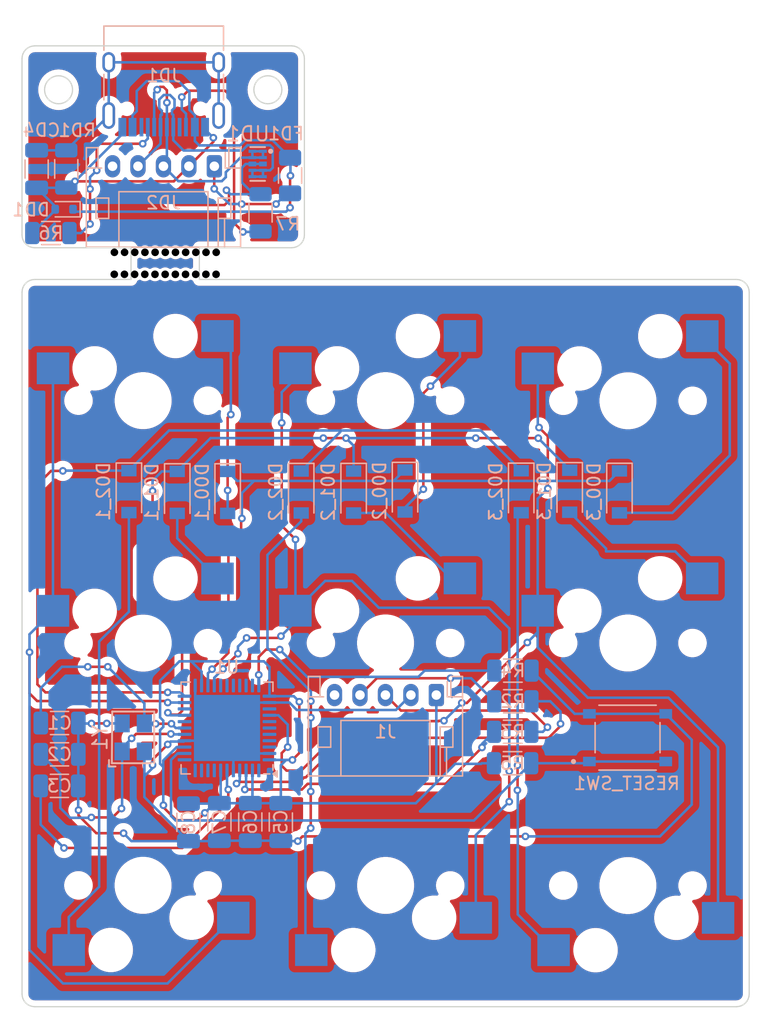
<source format=kicad_pcb>
(kicad_pcb (version 20240108) (generator "pcbnew") (generator_version "8.0")
  (layers (0 "F.Cu" signal) (31 "B.Cu" signal) (34 "B.Paste" user) (35 "F.Paste" user) (36 "B.SilkS" user "B.Silkscreen") (37 "F.SilkS" user "F.Silkscreen") (38 "B.Mask" user) (39 "F.Mask" user) (44 "Edge.Cuts" user))
  (net 0 "")
  (net 1 "GND")
  (net 2 "Net-(U1-XTAL1)")
  (net 3 "Net-(U1-XTAL2)")
  (net 4 "Net-(U1-UCAP)")
  (net 5 "+5V")
  (net 6 "Net-(D00_1-A)")
  (net 7 "row00")
  (net 8 "Net-(D00_2-A)")
  (net 9 "Net-(D00_3-A)")
  (net 10 "row01")
  (net 11 "Net-(D01_1-A)")
  (net 12 "Net-(D01_2-A)")
  (net 13 "Net-(D01_3-A)")
  (net 14 "row02")
  (net 15 "Net-(D02_1-A)")
  (net 16 "Net-(D02_2-A)")
  (net 17 "Net-(D02_3-A)")
  (net 18 "Net-(U1-D+)")
  (net 19 "Net-(U1-D-)")
  (net 20 "Net-(U1-~{HWB}{slash}PE2)")
  (net 21 "RESET")
  (net 22 "col00")
  (net 23 "col01")
  (net 24 "col02")
  (net 32 "VCC")
  (net 44 "GNDD")
  (net 45 "GNDPWR")
  (net 46 "+5VD")
  (net 47 "D+")
  (net 49 "D-")
  (net 50 "DD+")
  (net 52 "Net-(JD1-CC1)")
  (net 53 "Net-(JD1-CC2)")
  (net 55 "DD-")
  (footprint "MX_Only:MXOnly-1U-Hotswap" (layer "F.Cu") (at 120.495 121.59 180)
    (property "Reference" "SW02_1")
    (property "Value" "SW_Push")
  )
  (footprint "MX_Only:MXOnly-1U-Hotswap" (layer "F.Cu") (at 139.55 83.49)
    (property "Reference" "SW00_2")
    (property "Value" "SW_Push")
  )
  (footprint "MX_Only:MXOnly-1U-Hotswap" (layer "F.Cu") (at 120.5 83.49)
    (property "Reference" "SW00_1")
    (property "Value" "SW_Push")
  )
  (footprint "MX_Only:MXOnly-1U-Hotswap" (layer "F.Cu") (at 139.55 102.54)
    (property "Reference" "SW01_2")
    (property "Value" "SW_Push")
  )
  (footprint "mousebites:mousebites" (layer "F.Cu") (at 122.24 71.83 180)
    (property "Reference" "bite02")
    (property "Value" "bites" (hide yes))
  )
  (footprint "MX_Only:MXOnly-1U-Hotswap" (layer "F.Cu") (at 120.5 102.55)
    (property "Reference" "SW01_1")
    (property "Value" "SW_Push")
  )
  (footprint "MX_Only:MXOnly-1U-Hotswap" (layer "F.Cu") (at 158.595 121.6052 180)
    (property "Reference" "SW02_3")
    (property "Value" "SW_Push")
  )
  (footprint "mousebites:mousebites" (layer "F.Cu") (at 122.23 73.56)
    (property "Reference" "bite01")
    (property "Value" "bites" (hide yes))
  )
  (footprint "MX_Only:MXOnly-1U-Hotswap" (layer "F.Cu") (at 158.6 83.5)
    (property "Reference" "SW00_3")
    (property "Value" "SW_Push")
  )
  (footprint "MX_Only:MXOnly-1U-Hotswap" (layer "F.Cu") (at 158.59 102.54)
    (property "Reference" "SW01_3")
    (property "Value" "SW_Push")
  )
  (footprint "MX_Only:MXOnly-1U-Hotswap" (layer "F.Cu") (at 139.555 121.5952 180)
    (property "Reference" "SW02_2")
    (property "Value" "SW_Push")
  )
  (footprint "X322516MLB4SI:OSC-SMD_4P-L3.2-W2.5-BL" (layer "B.Cu") (at 119.72 109.96 90)
    (property "Reference" "Y1")
    (property "Value" "16Mhz" (hide yes))
  )
  (footprint "Capacitor_SMD:C_1206_3216Metric" (layer "B.Cu") (at 113.93 108.83 180)
    (property "Reference" "C1")
    (property "Value" "22pF")
  )
  (footprint "Resistor_SMD:R_1206_3216Metric" (layer "B.Cu") (at 129.725 68.725 -90)
    (property "Reference" "R7")
    (property "Value" "5.1k")
  )
  (footprint "random-keyboard-parts:D_SOD-123-Pretty" (layer "B.Cu") (at 132.92 90.67 -90)
    (property "Reference" "D02_2")
    (property "Value" "D")
  )
  (footprint "random-keyboard-parts:D_SOD-123-Pretty" (layer "B.Cu") (at 141.08 90.59 -90)
    (property "Reference" "D00_2")
    (property "Value" "D")
  )
  (footprint "Connector_USB:USB_C_Receptacle_HRO_TYPE-C-31-M-12" (layer "B.Cu") (at 122.115 57.945)
    (property "Reference" "JD1")
    (property "Value" "USB_C_Receptacle_USB2.0")
  )
  (footprint "Capacitor_SMD:C_1206_3216Metric" (layer "B.Cu") (at 124.06 116.635 -90)
    (property "Reference" "C8")
    (property "Value" "10μF")
  )
  (footprint "Resistor_SMD:R_1206_3216Metric" (layer "B.Cu") (at 113.24875 70.315)
    (property "Reference" "R6")
    (property "Value" "5.1k")
  )
  (footprint "Resistor_SMD:R_1206_3216Metric" (layer "B.Cu") (at 149.53 111.99)
    (property "Reference" "R5")
    (property "Value" "10k")
  )
  (footprint "Capacitor_SMD:C_1206_3216Metric" (layer "B.Cu") (at 126.49 116.605 -90)
    (property "Reference" "C7")
    (property "Value" "0.1μF")
  )
  (footprint "Capacitor_SMD:C_1206_3216Metric" (layer "B.Cu") (at 128.92 116.605 -90)
    (property "Reference" "C6")
    (property "Value" "0.1μF")
  )
  (footprint "random-keyboard-parts:D_SOD-123-Pretty" (layer "B.Cu") (at 157.93 90.66 -90)
    (property "Reference" "D00_3")
    (property "Value" "D")
  )
  (footprint "random-keyboard-parts:D_SOD-123-Pretty" (layer "B.Cu") (at 154.02 90.61 -90)
    (property "Reference" "D01_3")
    (property "Value" "D")
  )
  (footprint "Connector_JST:JST_PH_S5B-PH-K_1x05_P2.00mm_Horizontal" (layer "B.Cu") (at 126.095 65.065 180)
    (property "Reference" "JD2")
    (property "Value" "Conn_01x05_Pin")
  )
  (footprint "Resistor_SMD:R_1206_3216Metric" (layer "B.Cu") (at 149.5575 104.71 180)
    (property "Reference" "R4")
    (property "Value" "10k")
  )
  (footprint "TS-1187A-B-A-B:SW_TS-1187A-B-A-B" (layer "B.Cu") (at 158.5675 109.98)
    (property "Reference" "RESET_SW1")
    (property "Value" "TS-1187A-B-A-B" (hide yes))
  )
  (footprint "Fuse:Fuse_1206_3216Metric" (layer "B.Cu") (at 132.045 65.795 -90)
    (property "Reference" "FD1")
    (property "Value" "SMD0805-050-16V" (hide yes))
  )
  (footprint "Resistor_SMD:R_1206_3216Metric" (layer "B.Cu") (at 114.45875 65.275 90)
    (property "Reference" "RD1")
    (property "Value" "1M")
  )
  (footprint "Resistor_SMD:R_1206_3216Metric" (layer "B.Cu") (at 149.55 107.12 180)
    (property "Reference" "R2")
    (property "Value" "22")
  )
  (footprint "Capacitor_SMD:C_1206_3216Metric" (layer "B.Cu") (at 113.92 113.77)
    (property "Reference" "C3")
    (property "Value" "1μF")
  )
  (footprint "random-keyboard-parts:D_SOD-123-Pretty" (layer "B.Cu") (at 137.04 90.67 -90)
    (property "Reference" "D01_2")
    (property "Value" "D")
  )
  (footprint "Capacitor_SMD:C_1206_3216Metric" (layer "B.Cu") (at 131.32 116.61 -90)
    (property "Reference" "C5")
    (property "Value" "0.1μF")
  )
  (footprint "random-keyboard-parts:D_SOD-123-Pretty" (layer "B.Cu") (at 127.14 90.7 -90)
    (property "Reference" "D00_1")
    (property "Value" "D")
  )
  (footprint "Diode_SMD:D_SOD-523" (layer "B.Cu") (at 114.28875 68.445 180)
    (property "Reference" "DD1")
    (property "Value" "ESD5Z5V0")
  )
  (footprint "Package_DFN_QFN:QFN-44-1EP_7x7mm_P0.5mm_EP5.2x5.2mm" (layer "B.Cu") (at 127.09 109.22 90)
    (property "Reference" "U1")
    (property "Value" "ATmega32U4-M")
  )
  (footprint "Capacitor_SMD:C_1206_3216Metric" (layer "B.Cu") (at 113.93 111.29)
    (property "Reference" "C2")
    (property "Value" "22pF")
  )
  (footprint "random-keyboard-parts:D_SOD-123-Pretty" (layer "B.Cu") (at 150.21 90.65 -90)
    (property "Reference" "D02_3")
    (property "Value" "D")
  )
  (footprint "Capacitor_SMD:C_1206_3216Metric" (layer "B.Cu") (at 112.12875 65.285 90)
    (property "Reference" "CD4")
    (property "Value" "4.7μF")
  )
  (footprint "Connector_JST:JST_PH_S5B-PH-K_1x05_P2.00mm_Horizontal" (layer "B.Cu") (at 143.54 106.63 180)
    (property "Reference" "J1")
    (property "Value" "Conn_01x05_Pin")
  )
  (footprint "random-keyboard-parts:D_SOD-123-Pretty" (layer "B.Cu") (at 123.18 90.7 -90)
    (property "Reference" "D01_1")
    (property "Value" "D")
  )
  (footprint "TPD4E05U06DQAR:USON-10_L2.5-W1.0-P0.50-BL" (layer "B.Cu") (at 129.5 64.885 -90)
    (property "Reference" "UD1")
    (property "Value" "TPD4E05U06DQAR" (hide yes))
  )
  (footprint "Resistor_SMD:R_1206_3216Metric" (layer "B.Cu") (at 149.54 109.52)
    (property "Reference" "R3")
    (property "Value" "22")
  )
  (footprint "random-keyboard-parts:D_SOD-123-Pretty" (layer "B.Cu") (at 119.38 90.64 -90)
    (property "Reference" "D02_1")
    (property "Value" "D")
  )
  (gr_line (start 111.597778 131.051309) (end 111.426478 130.959309) (stroke (width 0.1)) (layer "Edge.Cuts"))
  (gr_line (start 129.7997 60.0317) (end 129.653 59.9413) (stroke (width 0.1)) (layer "Edge.Cuts"))
  (gr_line (start 132.553 71.3944) (end 132.3669 71.4508) (stroke (width 0.1)) (layer "Edge.Cuts"))
  (gr_line (start 168.107778 74.767409) (end 168.126778 74.962609) (stroke (width 0.1)) (layer "Edge.Cuts"))
  (gr_line (start 130.7996 60.0325) (end 130.6404 60.0985) (stroke (width 0.1)) (layer "Edge.Cuts"))
  (gr_line (start 167.126878 131.128309) (end 111.981878 131.128309) (stroke (width 0.1)) (layer "Edge.Cuts"))
  (gr_line (start 113.6798 60.1385) (end 113.5114 60.0981) (stroke (width 0.1)) (layer "Edge.Cuts"))
  (gr_line (start 113.3516 60.0317) (end 113.2049 59.9413) (stroke (width 0.1)) (layer "Edge.Cuts"))
  (gr_line (start 110.9992 70.6652) (end 110.98 70.47) (stroke (width 0.1)) (layer "Edge.Cuts"))
  (gr_line (start 129.214 58.8793) (end 129.2544 58.711) (stroke (width 0.1)) (layer "Edge.Cuts"))
  (gr_line (start 130.1279 60.1385) (end 129.9595 60.0981) (stroke (width 0.1)) (layer "Edge.Cuts"))
  (gr_line (start 113.5114 60.0981) (end 113.3516 60.0317) (stroke (width 0.1)) (layer "Edge.Cuts"))
  (gr_line (start 113.8524 60.152) (end 113.6798 60.1385) (stroke (width 0.1)) (layer "Edge.Cuts"))
  (gr_line (start 114.9389 59.2247) (end 114.8985 59.393) (stroke (width 0.1)) (layer "Edge.Cuts"))
  (gr_line (start 131.2802 59.5528) (end 131.1898 59.6995) (stroke (width 0.1)) (layer "Edge.Cuts"))
  (gr_line (start 132.8788 55.8941) (end 133.0037 56.0464) (stroke (width 0.1)) (layer "Edge.Cuts"))
  (gr_line (start 130.6415 58.0059) (end 130.8013 58.0723) (stroke (width 0.1)) (layer "Edge.Cuts"))
  (gr_line (start 124.916234 71.47) (end 124.916234 73.962609) (stroke (width 0.1)) (layer "Edge.Cuts"))
  (gr_line (start 129.2005 59.052) (end 129.214 58.8793) (stroke (width 0.1)) (layer "Edge.Cuts"))
  (gr_line (start 129.9607 58.0055) (end 130.1289 57.9653) (stroke (width 0.1)) (layer "Edge.Cuts"))
  (gr_line (start 129.6544 58.1617) (end 129.8015 58.0715) (stroke (width 0.1)) (layer "Edge.Cuts"))
  (gr_line (start 110.981878 74.962609) (end 111.001278 74.766609) (stroke (width 0.1)) (layer "Edge.Cuts"))
  (gr_line (start 130.4721 60.1387) (end 130.3005 60.152) (stroke (width 0.1)) (layer "Edge.Cuts"))
  (gr_line (start 113.6808 57.9653) (end 113.8524 57.952) (stroke (width 0.1)) (layer "Edge.Cuts"))
  (gr_line (start 112.9631 58.4044) (end 113.0746 58.2741) (stroke (width 0.1)) (layer "Edge.Cuts"))
  (gr_line (start 113.2049 59.9413) (end 113.0746 59.8298) (stroke (width 0.1)) (layer "Edge.Cuts"))
  (gr_line (start 111.2729 71.1771) (end 111.148 71.0248) (stroke (width 0.1)) (layer "Edge.Cuts"))
  (gr_line (start 131.3466 59.393) (end 131.2802 59.5528) (stroke (width 0.1)) (layer "Edge.Cuts"))
  (gr_line (start 111.001078 130.323309) (end 110.981878 130.128309) (stroke (width 0.1)) (layer "Edge.Cuts"))
  (gr_line (start 114.3532 58.0723) (end 114.4999 58.1626) (stroke (width 0.1)) (layer "Edge.Cuts"))
  (gr_line (start 131.387 59.2247) (end 131.3466 59.393) (stroke (width 0.1)) (layer "Edge.Cuts"))
  (gr_line (start 111.4252 55.7692) (end 111.5987 55.6768) (stroke (width 0.1)) (layer "Edge.Cuts"))
  (gr_line (start 111.5959 71.3933) (end 111.4246 71.3015) (stroke (width 0.1)) (layer "Edge.Cuts"))
  (gr_line (start 111.600578 74.038209) (end 111.786678 73.981909) (stroke (width 0.1)) (layer "Edge.Cuts"))
  (gr_line (start 114.8989 58.7121) (end 114.9391 58.8804) (stroke (width 0.1)) (layer "Edge.Cuts"))
  (gr_line (start 167.126878 73.962609) (end 167.322878 73.982009) (stroke (width 0.1)) (layer "Edge.Cuts"))
  (gr_line (start 111.426478 130.959309) (end 111.274778 130.835309) (stroke (width 0.1)) (layer "Edge.Cuts"))
  (gr_line (start 130.8013 58.0723) (end 130.948 58.1626) (stroke (width 0.1)) (layer "Edge.Cuts"))
  (gr_line (start 168.126778 74.962609) (end 168.126778 130.128309) (stroke (width 0.1)) (layer "Edge.Cuts"))
  (gr_line (start 167.510778 74.039309) (end 167.682778 74.131109) (stroke (width 0.1)) (layer "Edge.Cuts"))
  (gr_line (start 129.254 59.3919) (end 129.2138 59.2236) (stroke (width 0.1)) (layer "Edge.Cuts"))
  (gr_line (start 114.4999 58.1626) (end 114.6302 58.2741) (stroke (width 0.1)) (layer "Edge.Cuts"))
  (gr_line (start 129.5227 59.8298) (end 129.4102 59.6982) (stroke (width 0.1)) (layer "Edge.Cuts"))
  (gr_line (start 132.1717 55.6012) (end 132.3677 55.6206) (stroke (width 0.1)) (layer "Edge.Cuts"))
  (gr_line (start 167.322878 73.982009) (end 167.510778 74.039309) (stroke (width 0.1)) (layer "Edge.Cuts"))
  (gr_line (start 110.98 70.47) (end 110.98 56.6012) (stroke (width 0.1)) (layer "Edge.Cuts"))
  (gr_line (start 167.507778 131.052309) (end 167.322178 131.108309) (stroke (width 0.1)) (layer "Edge.Cuts"))
  (gr_line (start 129.32 59.5511) (end 129.254 59.3919) (stroke (width 0.1)) (layer "Edge.Cuts"))
  (gr_line (start 130.3005 60.152) (end 130.1279 60.1385) (stroke (width 0.1)) (layer "Edge.Cuts"))
  (gr_line (start 111.274778 74.255509) (end 111.427078 74.130609) (stroke (width 0.1)) (layer "Edge.Cuts"))
  (gr_line (start 133.0037 56.0464) (end 133.0962 56.2199) (stroke (width 0.1)) (layer "Edge.Cuts"))
  (gr_line (start 114.8329 58.5529) (end 114.8989 58.7121) (stroke (width 0.1)) (layer "Edge.Cuts"))
  (gr_line (start 132.7271 55.7697) (end 132.8788 55.8941) (stroke (width 0.1)) (layer "Edge.Cuts"))
  (gr_line (start 111.149878 130.682309) (end 111.057378 130.509309) (stroke (width 0.1)) (layer "Edge.Cuts"))
  (gr_line (start 112.8059 59.3919) (end 112.7657 59.2236) (stroke (width 0.1)) (layer "Edge.Cuts"))
  (gr_line (start 167.833778 74.255509) (end 167.958778 74.407809) (stroke (width 0.1)) (layer "Edge.Cuts"))
  (gr_line (start 129.4102 59.6982) (end 129.32 59.5511) (stroke (width 0.1)) (layer "Edge.Cuts"))
  (gr_line (start 131.347 58.7121) (end 131.3872 58.8804) (stroke (width 0.1)) (layer "Edge.Cuts"))
  (gr_line (start 131.1898 59.6995) (end 131.0783 59.8298) (stroke (width 0.1)) (layer "Edge.Cuts"))
  (gr_line (start 112.7657 59.2236) (end 112.7524 59.052) (stroke (width 0.1)) (layer "Edge.Cuts"))
  (gr_line (start 167.681778 130.960309) (end 167.507778 131.052309) (stroke (width 0.1)) (layer "Edge.Cuts"))
  (gr_line (start 114.025 57.9655) (end 114.1934 58.0059) (stroke (width 0.1)) (layer "Edge.Cuts"))
  (gr_line (start 111.981878 73.962609) (end 119.545117 73.962609) (stroke (width 0.1)) (layer "Edge.Cuts"))
  (gr_line (start 113.0746 59.8298) (end 112.9621 59.6982) (stroke (width 0.1)) (layer "Edge.Cuts"))
  (gr_line (start 114.1934 58.0059) (end 114.3532 58.0723) (stroke (width 0.1)) (layer "Edge.Cuts"))
  (gr_line (start 113.3533 58.0715) (end 113.5125 58.0055) (stroke (width 0.1)) (layer "Edge.Cuts"))
  (gr_line (start 129.4112 58.4044) (end 129.5227 58.2741) (stroke (width 0.1)) (layer "Edge.Cuts"))
  (gr_line (start 167.682778 74.131109) (end 167.833778 74.255509) (stroke (width 0.1)) (layer "Edge.Cuts"))
  (gr_line (start 112.8727 58.5511) (end 112.9631 58.4044) (stroke (width 0.1)) (layer "Edge.Cuts"))
  (gr_line (start 110.981878 130.128309) (end 110.981878 74.962609) (stroke (width 0.1)) (layer "Edge.Cuts"))
  (gr_line (start 131.281 58.5529) (end 131.347 58.7121) (stroke (width 0.1)) (layer "Edge.Cuts"))
  (gr_line (start 130.948 58.1626) (end 131.0783 58.2741) (stroke (width 0.1)) (layer "Edge.Cuts"))
  (gr_line (start 133.0962 56.2199) (end 133.1525 56.406) (stroke (width 0.1)) (layer "Edge.Cuts"))
  (gr_line (start 114.3514 60.0325) (end 114.1922 60.0985) (stroke (width 0.1)) (layer "Edge.Cuts"))
  (gr_line (start 113.0746 58.2741) (end 113.2062 58.1617) (stroke (width 0.1)) (layer "Edge.Cuts"))
  (gr_line (start 111.786678 73.981909) (end 111.981878 73.962609) (stroke (width 0.1)) (layer "Edge.Cuts"))
  (gr_line (start 112.7524 59.052) (end 112.7659 58.8793) (stroke (width 0.1)) (layer "Edge.Cuts"))
  (gr_line (start 129.2138 59.2236) (end 129.2005 59.052) (stroke (width 0.1)) (layer "Edge.Cuts"))
  (gr_line (start 131.3872 58.8804) (end 131.4005 59.052) (stroke (width 0.1)) (layer "Edge.Cuts"))
  (gr_line (start 111.2729 55.8941) (end 111.4252 55.7692) (stroke (width 0.1)) (layer "Edge.Cuts"))
  (gr_line (start 111.150278 74.407209) (end 111.274778 74.255509) (stroke (width 0.1)) (layer "Edge.Cuts"))
  (gr_line (start 132.5558 55.6779) (end 132.7271 55.7697) (stroke (width 0.1)) (layer "Edge.Cuts"))
  (gr_line (start 124.916234 73.962609) (end 167.126878 73.962609) (stroke (width 0.1)) (layer "Edge.Cuts"))
  (gr_line (start 129.5227 58.2741) (end 129.6544 58.1617) (stroke (width 0.1)) (layer "Edge.Cuts"))
  (gr_line (start 133.1717 70.47) (end 133.1523 70.666) (stroke (width 0.1)) (layer "Edge.Cuts"))
  (gr_line (start 111.784 71.4506) (end 111.5959 71.3933) (stroke (width 0.1)) (layer "Edge.Cuts"))
  (gr_line (start 111.0567 56.2171) (end 111.1485 56.0458) (stroke (width 0.1)) (layer "Edge.Cuts"))
  (gr_line (start 119.545117 71.47) (end 111.98 71.47) (stroke (width 0.1)) (layer "Edge.Cuts"))
  (gr_line (start 111.1485 56.0458) (end 111.2729 55.8941) (stroke (width 0.1)) (layer "Edge.Cuts"))
  (gr_line (start 167.322178 131.108309) (end 167.126878 131.128309) (stroke (width 0.1)) (layer "Edge.Cuts"))
  (gr_line (start 114.6302 59.8298) (end 114.4985 59.9423) (stroke (width 0.1)) (layer "Edge.Cuts"))
  (gr_line (start 111.4246 71.3015) (end 111.2729 71.1771) (stroke (width 0.1)) (layer "Edge.Cuts"))
  (gr_line (start 111.98 55.6012) (end 132.1717 55.6012) (stroke (width 0.1)) (layer "Edge.Cuts"))
  (gr_line (start 130.9467 59.9423) (end 130.7996 60.0325) (stroke (width 0.1)) (layer "Edge.Cuts"))
  (gr_line (start 132.1717 71.47) (end 124.916234 71.47) (stroke (width 0.1)) (layer "Edge.Cuts"))
  (gr_line (start 167.958778 74.407809) (end 168.051778 74.581409) (stroke (width 0.1)) (layer "Edge.Cuts"))
  (gr_line (start 130.3005 57.952) (end 130.4731 57.9655) (stroke (width 0.1)) (layer "Edge.Cuts"))
  (gr_line (start 133.095 70.8541) (end 133.0033 71.0254) (stroke (width 0.1)) (layer "Edge.Cuts"))
  (gr_line (start 130.6404 60.0985) (end 130.4721 60.1387) (stroke (width 0.1)) (layer "Edge.Cuts"))
  (gr_line (start 111.058578 74.578509) (end 111.150278 74.407209) (stroke (width 0.1)) (layer "Edge.Cuts"))
  (gr_line (start 133.1525 56.406) (end 133.1717 56.6012) (stroke (width 0.1)) (layer "Edge.Cuts"))
  (gr_line (start 132.3669 71.4508) (end 132.1717 71.47) (stroke (width 0.1)) (layer "Edge.Cuts"))
  (gr_line (start 129.653 59.9413) (end 129.5227 59.8298) (stroke (width 0.1)) (layer "Edge.Cuts"))
  (gr_line (start 111.0556 70.8512) (end 110.9992 70.6652) (stroke (width 0.1)) (layer "Edge.Cuts"))
  (gr_line (start 167.833778 130.835309) (end 167.681778 130.960309) (stroke (width 0.1)) (layer "Edge.Cuts"))
  (gr_line (start 114.4985 59.9423) (end 114.3514 60.0325) (stroke (width 0.1)) (layer "Edge.Cuts"))
  (gr_line (start 168.126778 130.128309) (end 168.107778 130.324309) (stroke (width 0.1)) (layer "Edge.Cuts"))
  (gr_line (start 112.7659 58.8793) (end 112.8063 58.711) (stroke (width 0.1)) (layer "Edge.Cuts"))
  (gr_line (start 111.427078 74.130609) (end 111.600578 74.038209) (stroke (width 0.1)) (layer "Edge.Cuts"))
  (gr_line (start 113.8524 57.952) (end 114.025 57.9655) (stroke (width 0.1)) (layer "Edge.Cuts"))
  (gr_line (start 112.9621 59.6982) (end 112.8719 59.5511) (stroke (width 0.1)) (layer "Edge.Cuts"))
  (gr_line (start 114.6302 58.2741) (end 114.7427 58.4058) (stroke (width 0.1)) (layer "Edge.Cuts"))
  (gr_line (start 114.1922 60.0985) (end 114.024 60.1387) (stroke (width 0.1)) (layer "Edge.Cuts"))
  (gr_line (start 131.0783 58.2741) (end 131.1908 58.4058) (stroke (width 0.1)) (layer "Edge.Cuts"))
  (gr_line (start 111.001278 74.766609) (end 111.058578 74.578509) (stroke (width 0.1)) (layer "Edge.Cuts"))
  (gr_line (start 114.7427 58.4058) (end 114.8329 58.5529) (stroke (width 0.1)) (layer "Edge.Cuts"))
  (gr_line (start 114.9391 58.8804) (end 114.9524 59.052) (stroke (width 0.1)) (layer "Edge.Cuts"))
  (gr_line (start 132.3677 55.6206) (end 132.5558 55.6779) (stroke (width 0.1)) (layer "Edge.Cuts"))
  (gr_line (start 114.8985 59.393) (end 114.8321 59.5528) (stroke (width 0.1)) (layer "Edge.Cuts"))
  (gr_line (start 111.98 71.47) (end 111.784 71.4506) (stroke (width 0.1)) (layer "Edge.Cuts"))
  (gr_line (start 129.3208 58.5511) (end 129.4112 58.4044) (stroke (width 0.1)) (layer "Edge.Cuts"))
  (gr_line (start 167.958778 130.683309) (end 167.833778 130.835309) (stroke (width 0.1)) (layer "Edge.Cuts"))
  (gr_line (start 110.9994 56.4052) (end 111.0567 56.2171) (stroke (width 0.1)) (layer "Edge.Cuts"))
  (gr_line (start 114.024 60.1387) (end 113.8524 60.152) (stroke (width 0.1)) (layer "Edge.Cuts"))
  (gr_line (start 113.2062 58.1617) (end 113.3533 58.0715) (stroke (width 0.1)) (layer "Edge.Cuts"))
  (gr_line (start 168.049778 130.512309) (end 167.958778 130.683309) (stroke (width 0.1)) (layer "Edge.Cuts"))
  (gr_line (start 114.8321 59.5528) (end 114.7417 59.6995) (stroke (width 0.1)) (layer "Edge.Cuts"))
  (gr_line (start 129.2544 58.711) (end 129.3208 58.5511) (stroke (width 0.1)) (layer "Edge.Cuts"))
  (gr_line (start 111.785878 131.108309) (end 111.597778 131.051309) (stroke (width 0.1)) (layer "Edge.Cuts"))
  (gr_line (start 119.545117 73.962609) (end 119.545117 71.47) (stroke (width 0.1)) (layer "Edge.Cuts"))
  (gr_line (start 110.98 56.6012) (end 110.9994 56.4052) (stroke (width 0.1)) (layer "Edge.Cuts"))
  (gr_line (start 111.274778 130.835309) (end 111.149878 130.682309) (stroke (width 0.1)) (layer "Edge.Cuts"))
  (gr_line (start 133.1717 56.6012) (end 133.1717 70.47) (stroke (width 0.1)) (layer "Edge.Cuts"))
  (gr_line (start 168.051778 74.581409) (end 168.107778 74.767409) (stroke (width 0.1)) (layer "Edge.Cuts"))
  (gr_line (start 132.7265 71.302) (end 132.553 71.3944) (stroke (width 0.1)) (layer "Edge.Cuts"))
  (gr_line (start 133.1523 70.666) (end 133.095 70.8541) (stroke (width 0.1)) (layer "Edge.Cuts"))
  (gr_line (start 113.5125 58.0055) (end 113.6808 57.9653) (stroke (width 0.1)) (layer "Edge.Cuts"))
  (gr_line (start 111.057378 130.509309) (end 111.001078 130.323309) (stroke (width 0.1)) (layer "Edge.Cuts"))
  (gr_line (start 111.5987 55.6768) (end 111.7848 55.6204) (stroke (width 0.1)) (layer "Edge.Cuts"))
  (gr_line (start 131.1908 58.4058) (end 131.281 58.5529) (stroke (width 0.1)) (layer "Edge.Cuts"))
  (gr_line (start 114.9524 59.052) (end 114.9389 59.2247) (stroke (width 0.1)) (layer "Edge.Cuts"))
  (gr_line (start 133.0033 71.0254) (end 132.8788 71.1771) (stroke (width 0.1)) (layer "Edge.Cuts"))
  (gr_line (start 112.8063 58.711) (end 112.8727 58.5511) (stroke (width 0.1)) (layer "Edge.Cuts"))
  (gr_line (start 132.8788 71.1771) (end 132.7265 71.302) (stroke (width 0.1)) (layer "Edge.Cuts"))
  (gr_line (start 130.1289 57.9653) (end 130.3005 57.952) (stroke (width 0.1)) (layer "Edge.Cuts"))
  (gr_line (start 129.8015 58.0715) (end 129.9607 58.0055) (stroke (width 0.1)) (layer "Edge.Cuts"))
  (gr_line (start 129.9595 60.0981) (end 129.7997 60.0317) (stroke (width 0.1)) (layer "Edge.Cuts"))
  (gr_line (start 131.4005 59.052) (end 131.387 59.2247) (stroke (width 0.1)) (layer "Edge.Cuts"))
  (gr_line (start 111.148 71.0248) (end 111.0556 70.8512) (stroke (width 0.1)) (layer "Edge.Cuts"))
  (gr_line (start 111.7848 55.6204) (end 111.98 55.6012) (stroke (width 0.1)) (layer "Edge.Cuts"))
  (gr_line (start 114.7417 59.6995) (end 114.6302 59.8298) (stroke (width 0.1)) (layer "Edge.Cuts"))
  (gr_line (start 131.0783 59.8298) (end 130.9467 59.9423) (stroke (width 0.1)) (layer "Edge.Cuts"))
  (gr_line (start 111.981878 131.128309) (end 111.785878 131.108309) (stroke (width 0.1)) (layer "Edge.Cuts"))
  (gr_line (start 168.107778 130.324309) (end 168.049778 130.512309) (stroke (width 0.1)) (layer "Edge.Cuts"))
  (gr_line (start 130.4731 57.9655) (end 130.6415 58.0059) (stroke (width 0.1)) (layer "Edge.Cuts"))
  (gr_line (start 112.8719 59.5511) (end 112.8059 59.3919) (stroke (width 0.1)) (layer "Edge.Cuts"))
  (segment (start 121.238436 111.701564) (end 121.238436 112.130265) (width 0.2) (layer "F.Cu") (net 1))
  (segment (start 116.821471 117.49) (end 118.96 117.49) (width 0.2) (layer "F.Cu") (net 1))
  (segment (start 150.54 117.74) (end 133.02 117.74) (width 0.2) (layer "F.Cu") (net 1))
  (segment (start 122.43 110.51) (end 121.238436 111.701564) (width 0.2) (layer "F.Cu") (net 1))
  (segment (start 115.42 115.68) (end 115.42 116.088529) (width 0.2) (layer "F.Cu") (net 1))
  (segment (start 133.02 117.74) (end 132.65 118.11) (width 0.2) (layer "F.Cu") (net 1))
  (segment (start 116.45 108.86) (end 116.44 108.87) (width 0.2) (layer "F.Cu") (net 1))
  (segment (start 117.64 108.86) (end 116.45 108.86) (width 0.2) (layer "F.Cu") (net 1))
  (segment (start 115.42 116.088529) (end 116.821471 117.49) (width 0.2) (layer "F.Cu") (net 1))
  (via (at 115.42 115.68) (size 0.6) (drill 0.3) (layers "F.Cu" "B.Cu") (net 1))
  (via (at 116.44 108.87) (size 0.6) (drill 0.3) (layers "F.Cu" "B.Cu") (net 1))
  (via (at 150.54 117.74) (size 0.6) (drill 0.3) (layers "F.Cu" "B.Cu") (net 1))
  (via (at 122.43 110.51) (size 0.6) (drill 0.3) (layers "F.Cu" "B.Cu") (net 1))
  (via (at 121.238436 112.130265) (size 0.6) (drill 0.3) (layers "F.Cu" "B.Cu") (net 1))
  (via (at 132.65 118.11) (size 0.6) (drill 0.3) (layers "F.Cu" "B.Cu") (net 1))
  (via (at 117.64 108.86) (size 0.6) (drill 0.3) (layers "F.Cu" "B.Cu") (net 1))
  (via (at 118.96 117.49) (size 0.6) (drill 0.3) (layers "F.Cu" "B.Cu") (net 1))
  (segment (start 115.405 111.29) (end 115.405 113.76) (width 0.2) (layer "B.Cu") (net 1))
  (segment (start 115.395 115.655) (end 115.42 115.68) (width 0.2) (layer "B.Cu") (net 1))
  (segment (start 123.7525 110.22) (end 123.686986 110.285514) (width 0.2) (layer "B.Cu") (net 1))
  (segment (start 124.06 118.11) (end 120.595 114.645) (width 0.2) (layer "B.Cu") (net 1))
  (segment (start 131.345 118.11) (end 131.32 118.085) (width 0.2) (layer "B.Cu") (net 1))
  (segment (start 140.365 107.805) (end 141.54 106.63) (width 0.2) (layer "B.Cu") (net 1))
  (segment (start 121.238436 112.130265) (end 121.238436 112.366564) (width 0.2) (layer "B.Cu") (net 1))
  (segment (start 161.11 117.74) (end 150.54 117.74) (width 0.2) (layer "B.Cu") (net 1))
  (segment (start 129.09 111.22) (end 127.09 109.22) (width 0.2) (layer "B.Cu") (net 1))
  (segment (start 132.575 107.805) (end 140.365 107.805) (width 0.2) (layer "B.Cu") (net 1))
  (segment (start 124.06 118.11) (end 126.46 118.11) (width 0.2) (layer "B.Cu") (net 1))
  (segment (start 132.65 118.11) (end 131.345 118.11) (width 0.2) (layer "B.Cu") (net 1))
  (segment (start 124.59 106.72) (end 127.09 109.22) (width 0.2) (layer "B.Cu") (net 1))
  (segment (start 163.61 115.24) (end 161.11 117.74) (width 0.2) (layer "B.Cu") (net 1))
  (segment (start 118.845 108.86) (end 117.64 108.86) (width 0.2) (layer "B.Cu") (net 1))
  (segment (start 115.395 113.77) (end 115.395 115.655) (width 0.2) (layer "B.Cu") (net 1))
  (segment (start 123.7525 110.22) (end 126.09 110.22) (width 0.2) (layer "B.Cu") (net 1))
  (segment (start 155.5675 108.105) (end 161.5675 108.105) (width 0.2) (layer "B.Cu") (net 1))
  (segment (start 161.5675 108.105) (end 163.61 110.1475) (width 0.2) (layer "B.Cu") (net 1))
  (segment (start 128.92 118.08) (end 131.315 118.08) (width 0.2) (layer "B.Cu") (net 1))
  (segment (start 115.405 113.76) (end 115.395 113.77) (width 0.2) (layer "B.Cu") (net 1))
  (segment (start 115.445 108.87) (end 115.405 108.83) (width 0.2) (layer "B.Cu") (net 1))
  (segment (start 126.46 118.11) (end 126.49 118.08) (width 0.2) (layer "B.Cu") (net 1))
  (segment (start 120.595 113.01) (end 120.595 111.06) (width 0.2) (layer "B.Cu") (net 1))
  (segment (start 122.654486 110.285514) (end 122.43 110.51) (width 0.2) (layer "B.Cu") (net 1))
  (segment (start 124.59 105.8825) (end 124.59 106.72) (width 0.2) (layer "B.Cu") (net 1))
  (segment (start 131.99 107.22) (end 132.575 107.805) (width 0.2) (layer "B.Cu") (net 1))
  (segment (start 121.238436 112.366564) (end 120.595 113.01) (width 0.2) (layer "B.Cu") (net 1))
  (segment (start 155.5675 108.105) (end 154.415 108.105) (width 0.2) (layer "B.Cu") (net 1))
  (segment (start 130.4275 107.22) (end 131.99 107.22) (width 0.2) (layer "B.Cu") (net 1))
  (segment (start 130.4275 111.22) (end 129.09 111.22) (width 0.2) (layer "B.Cu") (net 1))
  (segment (start 127.59 112.5575) (end 127.59 109.72) (width 0.2) (layer "B.Cu") (net 1))
  (segment (start 131.315 118.08) (end 131.32 118.085) (width 0.2) (layer "B.Cu") (net 1))
  (segment (start 116.44 108.87) (end 115.445 108.87) (width 0.2) (layer "B.Cu") (net 1))
  (segment (start 130.4275 107.22) (end 129.09 107.22) (width 0.2) (layer "B.Cu") (net 1))
  (segment (start 119.58 118.11) (end 124.06 118.11) (width 0.2) (layer "B.Cu") (net 1))
  (segment (start 115.405 108.83) (end 115.405 111.29) (width 0.2) (layer "B.Cu") (net 1))
  (segment (start 126.49 118.08) (end 128.92 118.08) (width 0.2) (layer "B.Cu") (net 1))
  (segment (start 127.59 109.72) (end 127.09 109.22) (width 0.2) (layer "B.Cu") (net 1))
  (segment (start 120.595 114.645) (end 120.595 113.01) (width 0.2) (layer "B.Cu") (net 1))
  (segment (start 163.61 110.1475) (end 163.61 115.24) (width 0.2) (layer "B.Cu") (net 1))
  (segment (start 129.09 107.22) (end 127.09 109.22) (width 0.2) (layer "B.Cu") (net 1))
  (segment (start 123.686986 110.285514) (end 122.654486 110.285514) (width 0.2) (layer "B.Cu") (net 1))
  (segment (start 154.415 108.105) (end 151.02 104.71) (width 0.2) (layer "B.Cu") (net 1))
  (segment (start 118.96 117.49) (end 119.58 118.11) (width 0.2) (layer "B.Cu") (net 1))
  (segment (start 126.09 110.22) (end 127.09 109.22) (width 0.2) (layer "B.Cu") (net 1))
  (segment (start 116.15 104.41) (end 117.72 104.41) (width 0.2) (layer "F.Cu") (net 2))
  (segment (start 121.48397 108.88603) (end 121.48 108.89) (width 0.2) (layer "F.Cu") (net 2))
  (segment (start 122.724574 108.88603) (end 121.48397 108.88603) (width 0.2) (layer "F.Cu") (net 2))
  (via (at 117.72 104.41) (size 0.6) (drill 0.3) (layers "F.Cu" "B.Cu") (net 2))
  (via (at 122.724574 108.88603) (size 0.6) (drill 0.3) (layers "F.Cu" "B.Cu") (net 2))
  (via (at 121.48 108.89) (size 0.6) (drill 0.3) (layers "F.Cu" "B.Cu") (net 2))
  (via (at 116.15 104.41) (size 0.6) (drill 0.3) (layers "F.Cu" "B.Cu") (net 2))
  (segment (start 123.7525 109.22) (end 123.058544 109.22) (width 0.2) (layer "B.Cu") (net 2))
  (segment (start 120.625 108.89) (end 120.595 108.86) (width 0.2) (layer "B.Cu") (net 2))
  (segment (start 112.455 106.075) (end 114.12 104.41) (width 0.2) (layer "B.Cu") (net 2))
  (segment (start 123.058544 109.22) (end 122.724574 108.88603) (width 0.2) (layer "B.Cu") (net 2))
  (segment (start 114.12 104.41) (end 116.15 104.41) (width 0.2) (layer "B.Cu") (net 2))
  (segment (start 112.455 108.83) (end 112.455 106.075) (width 0.2) (layer "B.Cu") (net 2))
  (segment (start 120.595 107.285) (end 120.595 108.86) (width 0.2) (layer "B.Cu") (net 2))
  (segment (start 117.72 104.41) (end 120.595 107.285) (width 0.2) (layer "B.Cu") (net 2))
  (segment (start 121.48 108.89) (end 120.625 108.89) (width 0.2) (layer "B.Cu") (net 2))
  (segment (start 118.1 116.25) (end 118.8 115.55) (width 0.2) (layer "F.Cu") (net 3))
  (segment (start 119.946675 109.685514) (end 119.595318 110.036871) (width 0.2) (layer "F.Cu") (net 3))
  (segment (start 122.68 109.685514) (end 119.946675 109.685514) (width 0.2) (layer "F.Cu") (net 3))
  (segment (start 116.43 116.25) (end 118.1 116.25) (width 0.2) (layer "F.Cu") (net 3))
  (via (at 116.43 116.25) (size 0.6) (drill 0.3) (layers "F.Cu" "B.Cu") (net 3))
  (via (at 118.8 115.55) (size 0.6) (drill 0.3) (layers "F.Cu" "B.Cu") (net 3))
  (via (at 122.68 109.685514) (size 0.6) (drill 0.3) (layers "F.Cu" "B.Cu") (net 3))
  (via (at 119.595318 110.036871) (size 0.6) (drill 0.3) (layers "F.Cu" "B.Cu") (net 3))
  (segment (start 118.845 110.787189) (end 119.595318 110.036871) (width 0.2) (layer "B.Cu") (net 3))
  (segment (start 112.455 111.29) (end 113.99 112.825) (width 0.2) (layer "B.Cu") (net 3))
  (segment (start 113.99 115.51) (end 114.76 116.28) (width 0.2) (layer "B.Cu") (net 3))
  (segment (start 114.76 116.28) (end 116.4 116.28) (width 0.2) (layer "B.Cu") (net 3))
  (segment (start 113.99 112.825) (end 113.99 115.51) (width 0.2) (layer "B.Cu") (net 3))
  (segment (start 118.845 111.06) (end 118.845 110.787189) (width 0.2) (layer "B.Cu") (net 3))
  (segment (start 122.714486 109.72) (end 122.68 109.685514) (width 0.2) (layer "B.Cu") (net 3))
  (segment (start 123.7525 109.72) (end 122.714486 109.72) (width 0.2) (layer "B.Cu") (net 3))
  (segment (start 116.4 116.28) (end 116.43 116.25) (width 0.2) (layer "B.Cu") (net 3))
  (segment (start 118.845 115.505) (end 118.845 111.06) (width 0.2) (layer "B.Cu") (net 3))
  (segment (start 118.8 115.55) (end 118.845 115.505) (width 0.2) (layer "B.Cu") (net 3))
  (segment (start 127.19 115.04) (end 127.19 114.055) (width 0.2) (layer "F.Cu") (net 4))
  (segment (start 123.58 118.65) (end 127.19 115.04) (width 0.2) (layer "F.Cu") (net 4))
  (segment (start 114.28 118.65) (end 123.58 118.65) (width 0.2) (layer "F.Cu") (net 4))
  (via (at 114.28 118.65) (size 0.6) (drill 0.3) (layers "F.Cu" "B.Cu") (net 4))
  (via (at 127.19 114.055) (size 0.6) (drill 0.3) (layers "F.Cu" "B.Cu") (net 4))
  (segment (start 112.445 116.815) (end 114.28 118.65) (width 0.2) (layer "B.Cu") (net 4))
  (segment (start 112.445 113.77) (end 112.445 116.815) (width 0.2) (layer "B.Cu") (net 4))
  (segment (start 127.19 114.055) (end 127.09 113.955) (width 0.2) (layer "B.Cu") (net 4))
  (segment (start 127.09 113.955) (end 127.09 112.5575) (width 0.2) (layer "B.Cu") (net 4))
  (segment (start 122.09 115.45) (end 123.11 116.47) (width 0.2) (layer "F.Cu") (net 5))
  (segment (start 122.09 115.291473) (end 122.09 115.45) (width 0.2) (layer "F.Cu") (net 5))
  (segment (start 123.11 116.47) (end 124.77 116.47) (width 0.2) (layer "F.Cu") (net 5))
  (segment (start 132.771765 107.153235) (end 132.771765 111.188235) (width 0.2) (layer "F.Cu") (net 5))
  (segment (start 132.771765 111.188235) (end 132.23 111.73) (width 0.2) (layer "F.Cu") (net 5))
  (segment (start 124.77 116.47) (end 125.35 115.89) (width 0.2) (layer "F.Cu") (net 5))
  (via (at 132.23 111.73) (size 0.6) (drill 0.3) (layers "F.Cu" "B.Cu") (net 5))
  (via (at 132.771765 107.153235) (size 0.6) (drill 0.3) (layers "F.Cu" "B.Cu") (net 5))
  (via (at 122.09 115.291473) (size 0.6) (drill 0.3) (layers "F.Cu" "B.Cu") (net 5))
  (via (at 125.35 115.89) (size 0.6) (drill 0.3) (layers "F.Cu" "B.Cu") (net 5))
  (segment (start 141.925 115.135) (end 131.32 115.135) (width 0.2) (layer "B.Cu") (net 5))
  (segment (start 123.7525 110.72) (end 123.134928 110.72) (width 0.2) (layer "B.Cu") (net 5))
  (segment (start 131.32 112.15) (end 131.32 115.135) (width 0.2) (layer "B.Cu") (net 5))
  (segment (start 122.08 108.641471) (end 121.83 108.391471) (width 0.2) (layer "B.Cu") (net 5))
  (segment (start 131.74 111.73) (end 131.32 112.15) (width 0.2) (layer "B.Cu") (net 5))
  (segment (start 125.35 115.89) (end 126.11 115.13) (width 0.2) (layer "B.Cu") (net 5))
  (segment (start 132.23 111.73) (end 130.4375 111.73) (width 0.2) (layer "B.Cu") (net 5))
  (segment (start 132.33853 106.72) (end 132.771765 107.153235) (width 0.2) (layer "B.Cu") (net 5))
  (segment (start 130.4275 104.4175) (end 130.4275 106.72) (width 0.2) (layer "B.Cu") (net 5))
  (segment (start 122.08 112.28) (end 121.83 112.03) (width 0.2) (layer "B.Cu") (net 5))
  (segment (start 122.08 111.774928) (end 122.08 112.28) (width 0.2) (layer "B.Cu") (net 5))
  (segment (start 147.06 112.04) (end 147.11 111.99) (width 0.2) (layer "B.Cu") (net 5))
  (segment (start 126.46 115.16) (end 126.49 115.13) (width 0.2) (layer "B.Cu") (net 5))
  (segment (start 126.11 115.13) (end 126.49 115.13) (width 0.2) (layer "B.Cu") (net 5))
  (segment (start 129.99 103.98) (end 130.4275 104.4175) (width 0.2) (layer "B.Cu") (net 5))
  (segment (start 132.23 111.73) (end 131.74 111.73) (width 0.2) (layer "B.Cu") (net 5))
  (segment (start 121.83 112.03) (end 121.83 109.388529) (width 0.2) (layer "B.Cu") (net 5))
  (segment (start 143.54 106.63) (end 143.54 113.52) (width 0.2) (layer "B.Cu") (net 5))
  (segment (start 131.315 115.13) (end 131.32 115.135) (width 0.2) (layer "B.Cu") (net 5))
  (segment (start 121.83 109.388529) (end 122.08 109.138529) (width 0.2) (layer "B.Cu") (net 5))
  (segment (start 126.59 112.5575) (end 126.59 115.03) (width 0.2) (layer "B.Cu") (net 5))
  (segment (start 129.09 114.96) (end 128.92 115.13) (width 0.2) (layer "B.Cu") (net 5))
  (segment (start 126.49 115.13) (end 128.92 115.13) (width 0.2) (layer "B.Cu") (net 5))
  (segment (start 130.4375 111.73) (end 130.4275 111.72) (width 0.2) (layer "B.Cu") (net 5))
  (segment (start 126.59 115.03) (end 126.49 115.13) (width 0.2) (layer "B.Cu") (net 5))
  (segment (start 122.08 109.138529) (end 122.08 108.641471) (width 0.2) (layer "B.Cu") (net 5))
  (segment (start 143.425 113.635) (end 145.02 112.04) (width 0.2) (layer "B.Cu") (net 5))
  (segment (start 121.83 105.5) (end 123.35 103.98) (width 0.2) (layer "B.Cu") (net 5))
  (segment (start 122.08 115.281473) (end 122.09 115.291473) (width 0.2) (layer "B.Cu") (net 5))
  (segment (start 123.134928 110.72) (end 122.08 111.774928) (width 0.2) (layer "B.Cu") (net 5))
  (segment (start 122.08 112.28) (end 122.08 115.281473) (width 0.2) (layer "B.Cu") (net 5))
  (segment (start 143.425 113.635) (end 141.925 115.135) (width 0.2) (layer "B.Cu") (net 5))
  (segment (start 130.4275 106.72) (end 132.33853 106.72) (width 0.2) (layer "B.Cu") (net 5))
  (segment (start 123.35 103.98) (end 124.28 103.98) (width 0.2) (layer "B.Cu") (net 5))
  (segment (start 128.92 115.13) (end 131.315 115.13) (width 0.2) (layer "B.Cu") (net 5))
  (segment (start 121.83 108.391471) (end 121.83 105.5) (width 0.2) (layer "B.Cu") (net 5))
  (segment (start 129.09 112.5575) (end 129.09 114.96) (width 0.2) (layer "B.Cu") (net 5))
  (segment (start 124.28 103.98) (end 125.09 104.79) (width 0.2) (layer "B.Cu") (net 5))
  (segment (start 124.06 115.16) (end 126.46 115.16) (width 0.2) (layer "B.Cu") (net 5))
  (segment (start 125.09 104.79) (end 125.09 105.8825) (width 0.2) (layer "B.Cu") (net 5))
  (segment (start 143.54 113.52) (end 143.425 113.635) (width 0.2) (layer "B.Cu") (net 5))
  (segment (start 147.11 111.99) (end 148.0675 111.99) (width 0.2) (layer "B.Cu") (net 5))
  (segment (start 124.28 103.98) (end 129.99 103.98) (width 0.2) (layer "B.Cu") (net 5))
  (segment (start 145.02 112.04) (end 147.06 112.04) (width 0.2) (layer "B.Cu") (net 5))
  (segment (start 127.14 90.54) (end 127.14 84.83) (width 0.2) (layer "F.Cu") (net 6))
  (segment (start 127.14 84.83) (end 127.39 84.58) (width 0.2) (layer "F.Cu") (net 6))
  (via (at 127.39 84.58) (size 0.6) (drill 0.3) (layers "F.Cu" "B.Cu") (net 6))
  (via (at 127.14 90.54) (size 0.6) (drill 0.3) (layers "F.Cu" "B.Cu") (net 6))
  (segment (start 127.39 79.458) (end 126.342 78.41) (width 0.2) (layer "B.Cu") (net 6))
  (segment (start 127.14 92.35) (end 127.14 90.54) (width 0.2) (layer "B.Cu") (net 6))
  (segment (start 127.39 84.58) (end 127.39 79.458) (width 0.2) (layer "B.Cu") (net 6))
  (segment (start 128.2 93.75) (end 128.2 92.81) (width 0.2) (layer "F.Cu") (net 7))
  (segment (start 128.2 92.81) (end 128.26 92.75) (width 0.2) (layer "F.Cu") (net 7))
  (segment (start 127.2 94.75) (end 128.2 93.75) (width 0.2) (layer "F.Cu") (net 7))
  (segment (start 125.915058 104.596412) (end 127.2 103.31147) (width 0.2) (layer "F.Cu") (net 7))
  (segment (start 127.2 103.31147) (end 127.2 94.75) (width 0.2) (layer "F.Cu") (net 7))
  (via (at 125.915058 104.596412) (size 0.6) (drill 0.3) (layers "F.Cu" "B.Cu") (net 7))
  (via (at 128.26 92.75) (size 0.6) (drill 0.3) (layers "F.Cu" "B.Cu") (net 7))
  (segment (start 125.59 104.92147) (end 125.915058 104.596412) (width 0.2) (layer "B.Cu") (net 7))
  (segment (start 127.14 89.05) (end 127.89 89.8) (width 0.2) (layer "B.Cu") (net 7))
  (segment (start 128.26 92.75) (end 128.26 90.75) (width 0.2) (layer "B.Cu") (net 7))
  (segment (start 125.59 105.8825) (end 125.59 104.92147) (width 0.2) (layer "B.Cu") (net 7))
  (segment (start 141.08 88.94) (end 141.05 88.94) (width 0.2) (layer "B.Cu") (net 7))
  (segment (start 157.14 89.8) (end 157.93 89.01) (width 0.2) (layer "B.Cu") (net 7))
  (segment (start 129.21 89.8) (end 140.19 89.8) (width 0.2) (layer "B.Cu") (net 7))
  (segment (start 140.19 89.8) (end 157.14 89.8) (width 0.2) (layer "B.Cu") (net 7))
  (segment (start 127.89 89.8) (end 129.21 89.8) (width 0.2) (layer "B.Cu") (net 7))
  (segment (start 141.05 88.94) (end 140.19 89.8) (width 0.2) (layer "B.Cu") (net 7))
  (segment (start 128.26 90.75) (end 129.21 89.8) (width 0.2) (layer "B.Cu") (net 7))
  (segment (start 142.52 82.91) (end 143.08 82.35) (width 0.2) (layer "F.Cu") (net 8))
  (segment (start 142.52 90.45) (end 142.52 82.91) (width 0.2) (layer "F.Cu") (net 8))
  (via (at 143.08 82.35) (size 0.6) (drill 0.3) (layers "F.Cu" "B.Cu") (net 8))
  (via (at 142.52 90.45) (size 0.6) (drill 0.3) (layers "F.Cu" "B.Cu") (net 8))
  (segment (start 143.08 82.35) (end 145.392 80.038) (width 0.2) (layer "B.Cu") (net 8))
  (segment (start 141.08 92.24) (end 141.08 91.89) (width 0.2) (layer "B.Cu") (net 8))
  (segment (start 145.392 80.038) (end 145.392 78.41) (width 0.2) (layer "B.Cu") (net 8))
  (segment (start 141.08 91.89) (end 142.52 90.45) (width 0.2) (layer "B.Cu") (net 8))
  (segment (start 166.6 87.79) (end 166.6 80.578) (width 0.2) (layer "B.Cu") (net 9))
  (segment (start 166.6 80.578) (end 164.442 78.42) (width 0.2) (layer "B.Cu") (net 9))
  (segment (start 162.08 92.31) (end 166.6 87.79) (width 0.2) (layer "B.Cu") (net 9))
  (segment (start 157.93 92.31) (end 162.08 92.31) (width 0.2) (layer "B.Cu") (net 9))
  (segment (start 121.77 99.68) (end 121.24 99.68) (width 0.2) (layer "F.Cu") (net 10))
  (segment (start 121.24 94.35) (end 121.24 90.59) (width 0.2) (layer "F.Cu") (net 10))
  (segment (start 123.56 107.88) (end 123.56 101.47) (width 0.2) (layer "F.Cu") (net 10))
  (segment (start 123.268055 108.171945) (end 123.28 108.16) (width 0.2) (layer "F.Cu") (net 10))
  (segment (start 122.59397 108.171945) (end 123.268055 108.171945) (width 0.2) (layer "F.Cu") (net 10))
  (segment (start 123.28 108.16) (end 123.56 107.88) (width 0.2) (layer "F.Cu") (net 10))
  (segment (start 134.657573 86.4339) (end 136.444807 86.4339) (width 0.2) (layer "F.Cu") (net 10))
  (segment (start 120.29 98.73) (end 120.29 95.3) (width 0.2) (layer "F.Cu") (net 10))
  (segment (start 121.24 99.68) (end 120.29 98.73) (width 0.2) (layer "F.Cu") (net 10))
  (segment (start 122.441939 108.019914) (end 122.59397 108.171945) (width 0.2) (layer "F.Cu") (net 10))
  (segment (start 151.5439 86.4339) (end 151.55 86.44) (width 0.2) (layer "F.Cu") (net 10))
  (segment (start 146.64 86.4339) (end 151.5439 86.4339) (width 0.2) (layer "F.Cu") (net 10))
  (segment (start 120.29 95.3) (end 121.24 94.35) (width 0.2) (layer "F.Cu") (net 10))
  (segment (start 123.56 101.47) (end 121.77 99.68) (width 0.2) (layer "F.Cu") (net 10))
  (via (at 121.24 90.59) (size 0.6) (drill 0.3) (layers "F.Cu" "B.Cu") (net 10))
  (via (at 146.64 86.4339) (size 0.6) (drill 0.3) (layers "F.Cu" "B.Cu") (net 10))
  (via (at 151.55 86.44) (size 0.6) (drill 0.3) (layers "F.Cu" "B.Cu") (net 10))
  (via (at 134.657573 86.4339) (size 0.6) (drill 0.3) (layers "F.Cu" "B.Cu") (net 10))
  (via (at 136.444807 86.4339) (size 0.6) (drill 0.3) (layers "F.Cu" "B.Cu") (net 10))
  (via (at 122.441939 108.019914) (size 0.6) (drill 0.3) (layers "F.Cu" "B.Cu") (net 10))
  (segment (start 151.55 86.44) (end 154.02 88.91) (width 0.2) (layer "B.Cu") (net 10))
  (segment (start 122.642025 108.22) (end 122.441939 108.019914) (width 0.2) (layer "B.Cu") (net 10))
  (segment (start 136.990454 86.979546) (end 137.04 87.029093) (width 0.2) (layer "B.Cu") (net 10))
  (segment (start 136.870454 86.859546) (end 136.870453 86.859546) (width 0.2) (layer "B.Cu") (net 10))
  (segment (start 137.04 87.029093) (end 137.04 89.02) (width 0.2) (layer "B.Cu") (net 10))
  (segment (start 123.18 89.05) (end 121.97 89.05) (width 0.2) (layer "B.Cu") (net 10))
  (segment (start 154.02 88.91) (end 154.02 88.96) (width 0.2) (layer "B.Cu") (net 10))
  (segment (start 123.18 89.05) (end 125.7961 86.4339) (width 0.2) (layer "B.Cu") (net 10))
  (segment (start 125.7961 86.4339) (end 134.657573 86.4339) (width 0.2) (layer "B.Cu") (net 10))
  (segment (start 121.24 89.78) (end 121.24 90.59) (width 0.2) (layer "B.Cu") (net 10))
  (segment (start 136.444807 86.4339) (end 146.64 86.4339) (width 0.2) (layer "B.Cu") (net 10))
  (segment (start 123.7525 108.22) (end 122.642025 108.22) (width 0.2) (layer "B.Cu") (net 10))
  (segment (start 136.990454 86.979546) (end 136.870454 86.859546) (width 0.2) (layer "B.Cu") (net 10))
  (segment (start 121.97 89.05) (end 121.24 89.78) (width 0.2) (layer "B.Cu") (net 10))
  (segment (start 136.870453 86.859546) (end 136.444807 86.4339) (width 0.2) (layer "B.Cu") (net 10))
  (segment (start 123.18 92.35) (end 123.18 94.308) (width 0.2) (layer "B.Cu") (net 11))
  (segment (start 123.18 94.308) (end 126.342 97.47) (width 0.2) (layer "B.Cu") (net 11))
  (segment (start 137.04 92.32) (end 139.566295 92.32) (width 0.2) (layer "B.Cu") (net 12))
  (segment (start 139.566295 92.32) (end 144.706295 97.46) (width 0.2) (layer "B.Cu") (net 12))
  (segment (start 144.706295 97.46) (end 145.392 97.46) (width 0.2) (layer "B.Cu") (net 12))
  (segment (start 156.88 95.12) (end 156.88 95.34) (width 0.2) (layer "B.Cu") (net 13))
  (segment (start 162.312 95.34) (end 164.432 97.46) (width 0.2) (layer "B.Cu") (net 13))
  (segment (start 154.02 92.26) (end 156.88 95.12) (width 0.2) (layer "B.Cu") (net 13))
  (segment (start 156.88 95.34) (end 162.312 95.34) (width 0.2) (layer "B.Cu") (net 13))
  (segment (start 112.819997 106.419997) (end 112.19 105.79) (width 0.2) (layer "F.Cu") (net 14))
  (segment (start 113.24 89.04) (end 113.27 89.01) (width 0.2) (layer "F.Cu") (net 14))
  (segment (start 112.19 90.09) (end 113.24 89.04) (width 0.2) (layer "F.Cu") (net 14))
  (segment (start 112.19 105.79) (end 112.19 90.09) (width 0.2) (layer "F.Cu") (net 14))
  (segment (start 113.27 89.01) (end 114.19 89.01) (width 0.2) (layer "F.Cu") (net 14))
  (segment (start 122.43 106.419997) (end 112.819997 106.419997) (width 0.2) (layer "F.Cu") (net 14))
  (via (at 114.19 89.01) (size 0.6) (drill 0.3) (layers "F.Cu" "B.Cu") (net 14))
  (via (at 122.43 106.419997) (size 0.6) (drill 0.3) (layers "F.Cu" "B.Cu") (net 14))
  (segment (start 135.99 85.95) (end 135.99 85.8339) (width 0.2) (layer "B.Cu") (net 14))
  (segment (start 132.92 89.02) (end 135.99 85.95) (width 0.2) (layer "B.Cu") (net 14))
  (segment (start 114.19 89.01) (end 114.21 88.99) (width 0.2) (layer "B.Cu") (net 14))
  (segment (start 122.5361 85.8339) (end 135.99 85.8339) (width 0.2) (layer "B.Cu") (net 14))
  (segment (start 114.21 88.99) (end 119.38 88.99) (width 0.2) (layer "B.Cu") (net 14))
  (segment (start 135.99 85.8339) (end 147.0439 85.8339) (width 0.2) (layer "B.Cu") (net 14))
  (segment (start 147.0439 85.8339) (end 150.21 89) (width 0.2) (layer "B.Cu") (net 14))
  (segment (start 119.38 88.99) (end 122.5361 85.8339) (width 0.2) (layer "B.Cu") (net 14))
  (segment (start 123.7525 106.72) (end 123.452497 106.419997) (width 0.2) (layer "B.Cu") (net 14))
  (segment (start 123.452497 106.419997) (end 122.43 106.419997) (width 0.2) (layer "B.Cu") (net 14))
  (segment (start 117.04 121.697412) (end 114.653 124.084412) (width 0.2) (layer "B.Cu") (net 15))
  (segment (start 114.653 124.084412) (end 114.653 126.67) (width 0.2) (layer "B.Cu") (net 15))
  (segment (start 119.38 100.08) (end 117.04 102.42) (width 0.2) (layer "B.Cu") (net 15))
  (segment (start 117.04 102.42) (end 117.04 121.697412) (width 0.2) (layer "B.Cu") (net 15))
  (segment (start 119.38 92.29) (end 119.38 100.08) (width 0.2) (layer "B.Cu") (net 15))
  (segment (start 133.67 117.09) (end 133.67 114.21) (width 0.2) (layer "F.Cu") (net 16))
  (segment (start 133.68 108.405) (end 133.68 107.11) (width 0.2) (layer "F.Cu") (net 16))
  (via (at 133.68 108.405) (size 0.6) (drill 0.3) (layers "F.Cu" "B.Cu") (net 16))
  (via (at 133.67 114.21) (size 0.6) (drill 0.3) (layers "F.Cu" "B.Cu") (net 16))
  (via (at 133.67 117.09) (size 0.6) (drill 0.3) (layers "F.Cu" "B.Cu") (net 16))
  (via (at 133.68 107.11) (size 0.6) (drill 0.3) (layers "F.Cu" "B.Cu") (net 16))
  (segment (start 130.27 102.94) (end 130.27 95.62) (width 0.2) (layer "B.Cu") (net 16))
  (segment (start 133.25 126.2122) (end 133.25 117.51) (width 0.2) (layer "B.Cu") (net 16))
  (segment (start 133.67 114.21) (end 133.67 108.415) (width 0.2) (layer "B.Cu") (net 16))
  (segment (start 133.68 107.11) (end 133.68 106.35) (width 0.2) (layer "B.Cu") (net 16))
  (segment (start 133.68 106.35) (end 130.27 102.94) (width 0.2) (layer "B.Cu") (net 16))
  (segment (start 133.25 117.51) (end 133.67 117.09) (width 0.2) (layer "B.Cu") (net 16))
  (segment (start 133.713 126.6752) (end 133.25 126.2122) (width 0.2) (layer "B.Cu") (net 16))
  (segment (start 133.67 108.415) (end 133.68 108.405) (width 0.2) (layer "B.Cu") (net 16))
  (segment (start 130.27 95.62) (end 132.92 92.97) (width 0.2) (layer "B.Cu") (net 16))
  (segment (start 132.92 92.97) (end 132.92 92.32) (width 0.2) (layer "B.Cu") (net 16))
  (segment (start 149.925387 112.151229) (end 149.925387 114.094613) (width 0.2) (layer "F.Cu") (net 17))
  (segment (start 149.925387 114.094613) (end 149.91 114.11) (width 0.2) (layer "F.Cu") (net 17))
  (via (at 149.925387 112.151229) (size 0.6) (drill 0.3) (layers "F.Cu" "B.Cu") (net 17))
  (via (at 149.91 114.11) (size 0.6) (drill 0.3) (layers "F.Cu" "B.Cu") (net 17))
  (segment (start 149.94 114.14) (end 149.94 123.8722) (width 0.2) (layer "B.Cu") (net 17))
  (segment (start 150.21 92.3) (end 149.93 92.58) (width 0.2) (layer "B.Cu") (net 17))
  (segment (start 149.91 114.11) (end 149.94 114.14) (width 0.2) (layer "B.Cu") (net 17))
  (segment (start 149.93 112.146616) (end 149.925387 112.151229) (width 0.2) (layer "B.Cu") (net 17))
  (segment (start 149.93 92.58) (end 149.93 112.146616) (width 0.2) (layer "B.Cu") (net 17))
  (segment (start 149.94 123.8722) (end 152.753 126.6852) (width 0.2) (layer "B.Cu") (net 17))
  (segment (start 133.27 113.11) (end 136.39 109.99) (width 0.2) (layer "F.Cu") (net 18))
  (segment (start 136.39 109.99) (end 152.37 109.99) (width 0.2) (layer "F.Cu") (net 18))
  (segment (start 127.973627 113.455) (end 132.805 113.455) (width 0.2) (layer "F.Cu") (net 18))
  (segment (start 133.15 113.11) (end 133.27 113.11) (width 0.2) (layer "F.Cu") (net 18))
  (segment (start 132.805 113.455) (end 133.15 113.11) (width 0.2) (layer "F.Cu") (net 18))
  (segment (start 127.839999 113.588628) (end 127.973627 113.455) (width 0.2) (layer "F.Cu") (net 18))
  (segment (start 153.3 109.06) (end 153.3 108.89) (width 0.2) (layer "F.Cu") (net 18))
  (segment (start 152.37 109.99) (end 153.3 109.06) (width 0.2) (layer "F.Cu") (net 18))
  (via (at 153.3 108.89) (size 0.6) (drill 0.3) (layers "F.Cu" "B.Cu") (net 18))
  (via (at 127.839999 113.588628) (size 0.6) (drill 0.3) (layers "F.Cu" "B.Cu") (net 18))
  (segment (start 152.49 107.12) (end 151.0125 107.12) (width 0.2) (layer "B.Cu") (net 18))
  (segment (start 153.3 107.93) (end 152.49 107.12) (width 0.2) (layer "B.Cu") (net 18))
  (segment (start 128.09 113.338627) (end 127.839999 113.588628) (width 0.2) (layer "B.Cu") (net 18))
  (segment (start 128.09 112.5575) (end 128.09 113.338627) (width 0.2) (layer "B.Cu") (net 18))
  (segment (start 153.3 108.89) (end 153.3 107.93) (width 0.2) (layer "B.Cu") (net 18))
  (segment (start 128.49 114.055) (end 132.976471 114.055) (width 0.2) (layer "F.Cu") (net 19))
  (segment (start 132.976471 114.055) (end 133.421471 113.61) (width 0.2) (layer "F.Cu") (net 19))
  (segment (start 133.421471 113.61) (end 144.27 113.61) (width 0.2) (layer "F.Cu") (net 19))
  (segment (start 144.27 113.61) (end 147.13 110.75) (width 0.2) (layer "F.Cu") (net 19))
  (via (at 128.49 114.055) (size 0.6) (drill 0.3) (layers "F.Cu" "B.Cu") (net 19))
  (via (at 147.13 110.75) (size 0.6) (drill 0.3) (layers "F.Cu" "B.Cu") (net 19))
  (segment (start 147.13 110.75) (end 147.46 110.42) (width 0.2) (layer "B.Cu") (net 19))
  (segment (start 128.59 113.955) (end 128.49 114.055) (width 0.2) (layer "B.Cu") (net 19))
  (segment (start 147.13 110.75) (end 147.13 110.4675) (width 0.2) (layer "B.Cu") (net 19))
  (segment (start 147.13 110.4675) (end 148.0775 109.52) (width 0.2) (layer "B.Cu") (net 19))
  (segment (start 128.59 112.5575) (end 128.59 113.955) (width 0.2) (layer "B.Cu") (net 19))
  (segment (start 129.582261 103.627739) (end 129.582261 105.043057) (width 0.2) (layer "F.Cu") (net 20))
  (segment (start 131.234265 103.055735) (end 130.154265 103.055735) (width 0.2) (layer "F.Cu") (net 20))
  (segment (start 129.63 103.58) (end 129.582261 103.627739) (width 0.2) (layer "F.Cu") (net 20))
  (segment (start 130.154265 103.055735) (end 129.63 103.58) (width 0.2) (layer "F.Cu") (net 20))
  (via (at 131.234265 103.055735) (size 0.6) (drill 0.3) (layers "F.Cu" "B.Cu") (net 20))
  (via (at 129.582261 105.043057) (size 0.6) (drill 0.3) (layers "F.Cu" "B.Cu") (net 20))
  (segment (start 133.38 105.2) (end 142.13 105.2) (width 0.2) (layer "B.Cu") (net 20))
  (segment (start 129.582261 105.043057) (end 129.582261 105.874761) (width 0.2) (layer "B.Cu") (net 20))
  (segment (start 132.36 104.18) (end 132.35853 104.18) (width 0.2) (layer "B.Cu") (net 20))
  (segment (start 142.13 105.2) (end 142.62 104.71) (width 0.2) (layer "B.Cu") (net 20))
  (segment (start 132.35853 104.18) (end 131.234265 103.055735) (width 0.2) (layer "B.Cu") (net 20))
  (segment (start 148.095 104.71) (end 142.62 104.71) (width 0.2) (layer "B.Cu") (net 20))
  (segment (start 129.582261 105.874761) (end 129.59 105.8825) (width 0.2) (layer "B.Cu") (net 20))
  (segment (start 133.38 105.2) (end 132.36 104.18) (width 0.2) (layer "B.Cu") (net 20))
  (segment (start 150.9925 111.99) (end 146.4925 116.49) (width 0.2) (layer "B.Cu") (net 21))
  (segment (start 155.4325 111.99) (end 155.5675 111.855) (width 0.2) (layer "B.Cu") (net 21))
  (segment (start 122.69 116.13) (end 122.69 111.730614) (width 0.2) (layer "B.Cu") (net 21))
  (segment (start 123.05 116.49) (end 122.69 116.13) (width 0.2) (layer "B.Cu") (net 21))
  (segment (start 122.69 111.730614) (end 123.200614 111.22) (width 0.2) (layer "B.Cu") (net 21))
  (segment (start 150.9925 111.99) (end 155.4325 111.99) (width 0.2) (layer "B.Cu") (net 21))
  (segment (start 123.200614 111.22) (end 123.7525 111.22) (width 0.2) (layer "B.Cu") (net 21))
  (segment (start 155.5675 111.855) (end 161.5675 111.855) (width 0.2) (layer "B.Cu") (net 21))
  (segment (start 146.4925 116.49) (end 123.05 116.49) (width 0.2) (layer "B.Cu") (net 21))
  (segment (start 111.57 106.5) (end 112.17 107.1) (width 0.2) (layer "F.Cu") (net 22))
  (segment (start 112.17 107.1) (end 122.31 107.1) (width 0.2) (layer "F.Cu") (net 22))
  (segment (start 122.31 107.1) (end 122.43 107.22) (width 0.2) (layer "F.Cu") (net 22))
  (segment (start 111.57 103.26) (end 111.57 106.5) (width 0.2) (layer "F.Cu") (net 22))
  (via (at 122.43 107.22) (size 0.6) (drill 0.3) (layers "F.Cu" "B.Cu") (net 22))
  (via (at 111.57 103.26) (size 0.6) (drill 0.3) (layers "F.Cu" "B.Cu") (net 22))
  (segment (start 113.415 80.95) (end 113.415 100.01) (width 0.2) (layer "B.Cu") (net 22))
  (segment (start 114.2 129.3) (end 122.41 129.3) (width 0.2) (layer "B.Cu") (net 22))
  (segment (start 111.57 103.26) (end 111.57 126.67) (width 0.2) (layer "B.Cu") (net 22))
  (segment (start 111.57 126.67) (end 114.2 129.3) (width 0.2) (layer "B.Cu") (net 22))
  (segment (start 122.43 107.22) (end 123.7525 107.22) (width 0.2) (layer "B.Cu") (net 22))
  (segment (start 122.41 129.3) (end 127.58 124.13) (width 0.2) (layer "B.Cu") (net 22))
  (segment (start 113.415 100.01) (end 111.57 101.855) (width 0.2) (layer "B.Cu") (net 22))
  (segment (start 111.57 101.855) (end 111.57 103.26) (width 0.2) (layer "B.Cu") (net 22))
  (segment (start 126.78 104.58) (end 126.78 104.55) (width 0.2) (layer "F.Cu") (net 23))
  (segment (start 131.19 102.14) (end 131.33 102) (width 0.2) (layer "F.Cu") (net 23))
  (segment (start 126.78 104.55) (end 127.95 103.38) (width 0.2) (layer "F.Cu") (net 23))
  (segment (start 149.27 115.01) (end 149.27 112.61) (width 0.2) (layer "F.Cu") (net 23))
  (segment (start 131.39 93.32) (end 131.39 85.2339) (width 0.2) (layer "F.Cu") (net 23))
  (segment (start 132.47 94.4) (end 131.39 93.32) (width 0.2) (layer "F.Cu") (net 23))
  (segment (start 128.63 102.14) (end 131.19 102.14) (width 0.2) (layer "F.Cu") (net 23))
  (via (at 126.78 104.58) (size 0.6) (drill 0.3) (layers "F.Cu" "B.Cu") (net 23))
  (via (at 131.39 85.2339) (size 0.6) (drill 0.3) (layers "F.Cu" "B.Cu") (net 23))
  (via (at 149.27 115.01) (size 0.6) (drill 0.3) (layers "F.Cu" "B.Cu") (net 23))
  (via (at 127.95 103.38) (size 0.6) (drill 0.3) (layers "F.Cu" "B.Cu") (net 23))
  (via (at 149.27 112.61) (size 0.6) (drill 0.3) (layers "F.Cu" "B.Cu") (net 23))
  (via (at 128.63 102.14) (size 0.6) (drill 0.3) (layers "F.Cu" "B.Cu") (net 23))
  (via (at 132.47 94.4) (size 0.6) (drill 0.3) (layers "F.Cu" "B.Cu") (net 23))
  (via (at 131.33 102) (size 0.6) (drill 0.3) (layers "F.Cu" "B.Cu") (net 23))
  (segment (start 134.805 97.66) (end 132.465 100) (width 0.2) (layer "B.Cu") (net 23))
  (segment (start 126.09 105.27) (end 126.78 104.58) (width 0.2) (layer "B.Cu") (net 23))
  (segment (start 146.64 124.1352) (end 146.64 117.64) (width 0.2) (layer "B.Cu") (net 23))
  (segment (start 132.465 81.755) (end 132.465 80.95) (width 0.2) (layer "B.Cu") (net 23))
  (segment (start 132.465 100) (end 132.465 94.405) (width 0.2) (layer "B.Cu") (net 23))
  (segment (start 149.27 112.61) (end 149.27 101.39) (width 0.2) (layer "B.Cu") (net 23))
  (segment (start 126.09 105.8825) (end 126.09 105.27) (width 0.2) (layer "B.Cu") (net 23))
  (segment (start 132.465 100.865) (end 132.465 100) (width 0.2) (layer "B.Cu") (net 23))
  (segment (start 136.91 97.66) (end 134.805 97.66) (width 0.2) (layer "B.Cu") (net 23))
  (segment (start 131.39 82.85) (end 131.38 82.84) (width 0.2) (layer "B.Cu") (net 23))
  (segment (start 127.95 102.82) (end 128.63 102.14) (width 0.2) (layer "B.Cu") (net 23))
  (segment (start 149.27 101.39) (end 147.65 99.77) (width 0.2) (layer "B.Cu") (net 23))
  (segment (start 131.33 102) (end 132.465 100.865) (width 0.2) (layer "B.Cu") (net 23))
  (segment (start 132.465 94.405) (end 132.47 94.4) (width 0.2) (layer "B.Cu") (net 23))
  (segment (start 131.38 82.84) (end 132.465 81.755) (width 0.2) (layer "B.Cu") (net 23))
  (segment (start 131.39 85.2339) (end 131.39 82.85) (width 0.2) (layer "B.Cu") (net 23))
  (segment (start 127.95 103.38) (end 127.95 102.82) (width 0.2) (layer "B.Cu") (net 23))
  (segment (start 146.64 117.64) (end 149.27 115.01) (width 0.2) (layer "B.Cu") (net 23))
  (segment (start 139.02 99.77) (end 136.91 97.66) (width 0.2) (layer "B.Cu") (net 23))
  (segment (start 147.65 99.77) (end 139.02 99.77) (width 0.2) (layer "B.Cu") (net 23))
  (segment (start 132.92 112.57) (end 131.77 112.57) (width 0.2) (layer "F.Cu") (net 24))
  (segment (start 131.39 112.19) (end 131.77 112.57) (width 0.2) (layer "F.Cu") (net 24))
  (segment (start 144.14 108.65) (end 143.76 108.65) (width 0.2) (layer "F.Cu") (net 24))
  (segment (start 150.69 102.5) (end 145.94 107.25) (width 0.2) (layer "F.Cu") (net 24))
  (segment (start 136.81 108.68) (end 132.92 112.57) (width 0.2) (layer "F.Cu") (net 24))
  (segment (start 152.3 86.29) (end 151.61 85.6) (width 0.2) (layer "F.Cu") (net 24))
  (segment (start 143.76 108.65) (end 143.73 108.68) (width 0.2) (layer "F.Cu") (net 24))
  (segment (start 152.3 90.4) (end 152.3 86.29) (width 0.2) (layer "F.Cu") (net 24))
  (segment (start 145.94 107.25) (end 145.54 107.25) (width 0.2) (layer "F.Cu") (net 24))
  (segment (start 131.39 111.21) (end 131.39 111.19) (width 0.2) (layer "F.Cu") (net 24))
  (segment (start 131.39 111.19) (end 131.86 110.72) (width 0.2) (layer "F.Cu") (net 24))
  (segment (start 136.81 108.68) (end 143.73 108.68) (width 0.2) (layer "F.Cu") (net 24))
  (segment (start 131.39 112.19) (end 131.39 111.21) (width 0.2) (layer "F.Cu") (net 24))
  (via (at 152.3 90.4) (size 0.6) (drill 0.3) (layers "F.Cu" "B.Cu") (net 24))
  (via (at 145.54 107.25) (size 0.6) (drill 0.3) (layers "F.Cu" "B.Cu") (net 24))
  (via (at 131.86 110.72) (size 0.6) (drill 0.3) (layers "F.Cu" "B.Cu") (net 24))
  (via (at 151.61 85.6) (size 0.6) (drill 0.3) (layers "F.Cu" "B.Cu") (net 24))
  (via (at 150.69 102.5) (size 0.6) (drill 0.3) (layers "F.Cu" "B.Cu") (net 24))
  (via (at 144.14 108.65) (size 0.6) (drill 0.3) (layers "F.Cu" "B.Cu") (net 24))
  (segment (start 145.54 107.25) (end 144.14 108.65) (width 0.2) (layer "B.Cu") (net 24))
  (segment (start 151.505 100) (end 151.505 91.195) (width 0.2) (layer "B.Cu") (net 24))
  (segment (start 165.68 110.7425) (end 161.7775 106.84) (width 0.2) (layer "B.Cu") (net 24))
  (segment (start 161.7775 106.84) (end 155.45 106.84) (width 0.2) (layer "B.Cu") (net 24))
  (segment (start 151.515 85.505) (end 151.515 80.96) (width 0.2) (layer "B.Cu") (net 24))
  (segment (start 151.505 102.895) (end 151.505 100) (width 0.2) (layer "B.Cu") (net 24))
  (segment (start 151.61 85.6) (end 151.515 85.505) (width 0.2) (layer "B.Cu") (net 24))
  (segment (start 165.68 124.1452) (end 165.68 110.7425) (width 0.2) (layer "B.Cu") (net 24))
  (segment (start 155.45 106.84) (end 151.505 102.895) (width 0.2) (layer "B.Cu") (net 24))
  (segment (start 151.505 100) (end 151.505 101.685) (width 0.2) (layer "B.Cu") (net 24))
  (segment (start 131.86 110.72) (end 131.86 108.950614) (width 0.2) (layer "B.Cu") (net 24))
  (segment (start 151.505 101.685) (end 150.69 102.5) (width 0.2) (layer "B.Cu") (net 24))
  (segment (start 131.86 108.950614) (end 131.129386 108.22) (width 0.2) (layer "B.Cu") (net 24))
  (segment (start 151.505 91.195) (end 152.3 90.4) (width 0.2) (layer "B.Cu") (net 24))
  (segment (start 131.129386 108.22) (end 130.4275 108.22) (width 0.2) (layer "B.Cu") (net 24))
  (segment (start 132.045 68.32) (end 132.045 65.835) (width 0.2) (layer "F.Cu") (net 32))
  (segment (start 132.045 65.835) (end 132.075 65.805) (width 0.2) (layer "F.Cu") (net 32))
  (via (at 132.075 65.805) (size 0.6) (drill 0.3) (layers "F.Cu" "B.Cu") (net 32))
  (via (at 132.045 68.32) (size 0.6) (drill 0.3) (layers "F.Cu" "B.Cu") (net 32))
  (segment (start 119.665 61.065) (end 119.995 60.735) (width 0.2) (layer "B.Cu") (net 32))
  (segment (start 131.73 68.635) (end 132.045 68.32) (width 0.2) (layer "B.Cu") (net 32))
  (segment (start 132.045 64.395) (end 130.665 63.015) (width 0.2) (layer "B.Cu") (net 32))
  (segment (start 124.135 60.635) (end 124.565 61.065) (width 0.2) (layer "B.Cu") (net 32))
  (segment (start 132.075 64.425) (end 132.045 64.395) (width 0.2) (layer "B.Cu") (net 32))
  (segment (start 128.119315 63.425) (end 128.529314 63.015) (width 0.2) (layer "B.Cu") (net 32))
  (segment (start 124.135 59.225) (end 124.135 60.635) (width 0.2) (layer "B.Cu") (net 32))
  (segment (start 119.995 60.735) (end 119.995 59.155) (width 0.2) (layer "B.Cu") (net 32))
  (segment (start 124.565 63.085) (end 124.565 61.99) (width 0.2) (layer "B.Cu") (net 32))
  (segment (start 123.285 58.375) (end 124.135 59.225) (width 0.2) (layer "B.Cu") (net 32))
  (segment (start 124.565 61.065) (end 124.565 61.99) (width 0.2) (layer "B.Cu") (net 32))
  (segment (start 128.119315 63.425) (end 124.905 63.425) (width 0.2) (layer "B.Cu") (net 32))
  (segment (start 120.775 58.375) (end 123.285 58.375) (width 0.2) (layer "B.Cu") (net 32))
  (segment (start 114.995 68.635) (end 131.73 68.635) (width 0.2) (layer "B.Cu") (net 32))
  (segment (start 132.075 65.805) (end 132.075 64.425) (width 0.2) (layer "B.Cu") (net 32))
  (segment (start 119.995 59.155) (end 120.775 58.375) (width 0.2) (layer "B.Cu") (net 32))
  (segment (start 119.665 61.99) (end 119.665 61.065) (width 0.2) (layer "B.Cu") (net 32))
  (segment (start 130.665 63.015) (end 128.529314 63.015) (width 0.2) (layer "B.Cu") (net 32))
  (segment (start 124.905 63.425) (end 124.565 63.085) (width 0.2) (layer "B.Cu") (net 32))
  (segment (start 126.895 68.115) (end 123.02875 68.115) (width 0.2) (layer "F.Cu") (net 44))
  (segment (start 121.165 66.25125) (end 115.14125 66.25125) (width 0.2) (layer "F.Cu") (net 44))
  (segment (start 122.90875 66.25125) (end 121.165 66.25125) (width 0.2) (layer "F.Cu") (net 44))
  (segment (start 126.015 62.825) (end 126.015 63.145) (width 0.2) (layer "F.Cu") (net 44))
  (segment (start 127.245 67.151472) (end 127.245 67.765) (width 0.2) (layer "F.Cu") (net 44))
  (segment (start 123.02875 68.115) (end 121.165 66.25125) (width 0.2) (layer "F.Cu") (net 44))
  (segment (start 124.9 64.26) (end 122.90875 66.25125) (width 0.2) (layer "F.Cu") (net 44))
  (segment (start 126.015 63.145) (end 124.9 64.26) (width 0.2) (layer "F.Cu") (net 44))
  (segment (start 124.9 64.26) (end 124.095 65.065) (width 0.2) (layer "F.Cu") (net 44))
  (segment (start 127.045 66.951472) (end 127.245 67.151472) (width 0.2) (layer "F.Cu") (net 44))
  (segment (start 127.245 67.765) (end 126.895 68.115) (width 0.2) (layer "F.Cu") (net 44))
  (via (at 126.015 62.825) (size 0.6) (drill 0.3) (layers "F.Cu" "B.Cu") (net 44))
  (via (at 127.045 66.951472) (size 0.6) (drill 0.3) (layers "F.Cu" "B.Cu") (net 44))
  (via (at 115.14125 66.25125) (size 0.6) (drill 0.3) (layers "F.Cu" "B.Cu") (net 44))
  (segment (start 114.655 66.7375) (end 115.14125 66.25125) (width 0.2) (layer "B.Cu") (net 44))
  (segment (start 115.14125 66.25125) (end 118.865 62.5275) (width 0.2) (layer "B.Cu") (net 44))
  (segment (start 129.1825 67.2625) (end 129.725 67.2625) (width 0.2) (layer "B.Cu") (net 44))
  (segment (start 113.58875 68.22) (end 113.58875 68.445) (width 0.2) (layer "B.Cu") (net 44))
  (segment (start 112.12875 66.76) (end 113.58875 68.22) (width 0.2) (layer "B.Cu") (net 44))
  (segment (start 113.595 68.41) (end 113.595 68.635) (width 0.2) (layer "B.Cu") (net 44))
  (segment (start 125.365 62.175) (end 126.015 62.825) (width 0.2) (layer "B.Cu") (net 44))
  (segment (start 128.255 66.335) (end 129.1825 67.2625) (width 0.2) (layer "B.Cu") (net 44))
  (segment (start 114.4425 66.95) (end 114.465 66.9275) (width 0.2) (layer "B.Cu") (net 44))
  (segment (start 114.465 66.9275) (end 115.14125 66.25125) (width 0.2) (layer "B.Cu") (net 44))
  (segment (start 129.725 67.2625) (end 127.356028 67.2625) (width 0.2) (layer "B.Cu") (net 44))
  (segment (start 129.085 64.885) (end 128.5555 64.885) (width 0.2) (layer "B.Cu") (net 44))
  (segment (start 113.58875 68.5125) (end 111.78625 70.315) (width 0.2) (layer "B.Cu") (net 44))
  (segment (start 118.865 62.5275) (end 118.865 61.99) (width 0.2) (layer "B.Cu") (net 44))
  (segment (start 128.5555 64.885) (end 128.255 65.1855) (width 0.2) (layer "B.Cu") (net 44))
  (segment (start 128.255 65.1855) (end 128.255 66.335) (width 0.2) (layer "B.Cu") (net 44))
  (segment (start 113.595 68.635) (end 113.595 68.7025) (width 0.2) (layer "B.Cu") (net 44))
  (segment (start 113.58875 68.445) (end 113.58875 68.5125) (width 0.2) (layer "B.Cu") (net 44))
  (segment (start 114.43625 66.76) (end 114.45875 66.7375) (width 0.2) (layer "B.Cu") (net 44))
  (segment (start 129.085 64.885) (end 129.915 64.885) (width 0.2) (layer "B.Cu") (net 44))
  (segment (start 112.12875 66.76) (end 114.43625 66.76) (width 0.2) (layer "B.Cu") (net 44))
  (segment (start 127.356028 67.2625) (end 127.045 66.951472) (width 0.2) (layer "B.Cu") (net 44))
  (segment (start 114.45875 66.7375) (end 114.655 66.7375) (width 0.2) (layer "B.Cu") (net 44))
  (segment (start 125.365 61.99) (end 125.365 62.175) (width 0.2) (layer "B.Cu") (net 44))
  (segment (start 115.68625 62.585) (end 114.45875 63.8125) (width 0.2) (layer "B.Cu") (net 45))
  (segment (start 112.13125 63.8125) (end 112.12875 63.81) (width 0.2) (layer "B.Cu") (net 45))
  (segment (start 117.795 61.075) (end 117.795 56.895) (width 0.2) (layer "B.Cu") (net 45))
  (segment (start 117.795 56.895) (end 126.435 56.895) (width 0.2) (layer "B.Cu") (net 45))
  (segment (start 116.285 62.585) (end 115.68625 62.585) (width 0.2) (layer "B.Cu") (net 45))
  (segment (start 114.45875 63.8125) (end 112.13125 63.8125) (width 0.2) (layer "B.Cu") (net 45))
  (segment (start 117.3925 61.075) (end 117.795 61.075) (width 0.2) (layer "B.Cu") (net 45))
  (segment (start 117.795 61.075) (end 116.285 62.585) (width 0.2) (layer "B.Cu") (net 45))
  (segment (start 126.435 56.895) (end 126.435 61.075) (width 0.2) (layer "B.Cu") (net 45))
  (segment (start 114.4625 64) (end 114.465 64.0025) (width 0.2) (layer "B.Cu") (net 45))
  (segment (start 130.944648 68.035) (end 128.245 68.035) (width 0.2) (layer "F.Cu") (net 46))
  (segment (start 126.085 66.84) (end 126.085 65.075) (width 0.2) (layer "F.Cu") (net 46))
  (segment (start 126.085 65.075) (end 126.095 65.065) (width 0.2) (layer "F.Cu") (net 46))
  (via (at 126.085 66.84) (size 0.6) (drill 0.3) (layers "F.Cu" "B.Cu") (net 46))
  (via (at 130.944648 68.035) (size 0.6) (drill 0.3) (layers "F.Cu" "B.Cu") (net 46))
  (via (at 128.245 68.035) (size 0.6) (drill 0.3) (layers "F.Cu" "B.Cu") (net 46))
  (segment (start 128.245 68.035) (end 127.28 68.035) (width 0.2) (layer "B.Cu") (net 46))
  (segment (start 131.784648 67.195) (end 130.944648 68.035) (width 0.2) (layer "B.Cu") (net 46))
  (segment (start 132.045 67.195) (end 131.784648 67.195) (width 0.2) (layer "B.Cu") (net 46))
  (segment (start 127.28 68.035) (end 126.085 66.84) (width 0.2) (layer "B.Cu") (net 46))
  (segment (start 138.86 105.31) (end 137.54 106.63) (width 0.2) (layer "F.Cu") (net 47))
  (segment (start 144.65 105.31) (end 138.86 105.31) (width 0.2) (layer "F.Cu") (net 47))
  (via (at 144.65 105.31) (size 0.6) (drill 0.3) (layers "F.Cu" "B.Cu") (net 47))
  (segment (start 146.2775 105.31) (end 144.65 105.31) (width 0.2) (layer "B.Cu") (net 47))
  (segment (start 148.0875 107.12) (end 146.2775 105.31) (width 0.2) (layer "B.Cu") (net 47))
  (segment (start 152.27 109.16) (end 150.96 107.85) (width 0.2) (layer "F.Cu") (net 49))
  (segment (start 140.76 107.85) (end 139.54 106.63) (width 0.2) (layer "F.Cu") (net 49))
  (segment (start 150.96 107.85) (end 140.76 107.85) (width 0.2) (layer "F.Cu") (net 49))
  (via (at 152.27 109.16) (size 0.6) (drill 0.3) (layers "F.Cu" "B.Cu") (net 49))
  (segment (start 151.91 109.52) (end 152.27 109.16) (width 0.2) (layer "B.Cu") (net 49))
  (segment (start 151.0025 109.52) (end 151.91 109.52) (width 0.2) (layer "B.Cu") (net 49))
  (segment (start 122.865 61.99) (end 122.865 63.015) (width 0.2) (layer "B.Cu") (net 50))
  (segment (start 130.685 63.6255) (end 130.685 65.175) (width 0.2) (layer "B.Cu") (net 50))
  (segment (start 122.964999 59.816471) (end 122.964999 60.475001) (width 0.2) (layer "B.Cu") (net 50))
  (segment (start 121.865 63.295) (end 121.865 61.99) (width 0.2) (layer "B.Cu") (net 50))
  (segment (start 120.095 65.065) (end 121.865 63.295) (width 0.2) (layer "B.Cu") (net 50))
  (segment (start 122.765 60.965) (end 122.865 61.065) (width 0.2) (layer "B.Cu") (net 50))
  (segment (start 129.085 65.385) (end 129.915 65.385) (width 0.2) (layer "B.Cu") (net 50))
  (segment (start 123.675 63.825) (end 128.285 63.825) (width 0.2) (layer "B.Cu") (net 50))
  (segment (start 121.764999 59.816471) (end 122.11647 59.465) (width 0.2) (layer "B.Cu") (net 50))
  (segment (start 121.865 61.125) (end 121.965 61.025) (width 0.2) (layer "B.Cu") (net 50))
  (segment (start 122.11647 59.465) (end 122.613528 59.465) (width 0.2) (layer "B.Cu") (net 50))
  (segment (start 122.865 63.015) (end 123.675 63.825) (width 0.2) (layer "B.Cu") (net 50))
  (segment (start 129.085 65.885) (end 129.915 65.885) (width 0.2) (layer "B.Cu") (net 50))
  (segment (start 129.915 65.885) (end 129.915 65.385) (width 0.2) (layer "B.Cu") (net 50))
  (segment (start 128.285 63.825) (end 128.695 63.415) (width 0.2) (layer "B.Cu") (net 50))
  (segment (start 122.865 61.065) (end 122.865 61.99) (width 0.2) (layer "B.Cu") (net 50))
  (segment (start 122.964999 60.475001) (end 122.765 60.675) (width 0.2) (layer "B.Cu") (net 50))
  (segment (start 121.865 61.015) (end 121.865 61.125) (width 0.2) (layer "B.Cu") (net 50))
  (segment (start 130.685 65.175) (end 130.475 65.385) (width 0.2) (layer "B.Cu") (net 50))
  (segment (start 130.4745 63.415) (end 130.685 63.6255) (width 0.2) (layer "B.Cu") (net 50))
  (segment (start 122.865 61.99) (end 122.865 61.015) (width 0.2) (layer "B.Cu") (net 50))
  (segment (start 121.965 61.025) (end 121.965 60.705) (width 0.2) (layer "B.Cu") (net 50))
  (segment (start 121.865 61.125) (end 121.865 61.99) (width 0.2) (layer "B.Cu") (net 50))
  (segment (start 129.085 65.885) (end 129.085 65.385) (width 0.2) (layer "B.Cu") (net 50))
  (segment (start 121.764999 60.504999) (end 121.764999 59.816471) (width 0.2) (layer "B.Cu") (net 50))
  (segment (start 130.475 65.385) (end 129.915 65.385) (width 0.2) (layer "B.Cu") (net 50))
  (segment (start 122.613528 59.465) (end 122.964999 59.816471) (width 0.2) (layer "B.Cu") (net 50))
  (segment (start 128.695 63.415) (end 130.4745 63.415) (width 0.2) (layer "B.Cu") (net 50))
  (segment (start 122.765 60.675) (end 122.765 60.965) (width 0.2) (layer "B.Cu") (net 50))
  (segment (start 121.965 60.705) (end 121.764999 60.504999) (width 0.2) (layer "B.Cu") (net 50))
  (segment (start 116.850515 63.529485) (end 117.085 63.295) (width 0.2) (layer "F.Cu") (net 52))
  (segment (start 116.325 69.605) (end 116.325 66.85125) (width 0.2) (layer "F.Cu") (net 52))
  (segment (start 117.085 63.295) (end 120.465 63.295) (width 0.2) (layer "F.Cu") (net 52))
  (segment (start 116.850515 65.390515) (end 116.850515 63.529485) (width 0.2) (layer "F.Cu") (net 52))
  (via (at 116.325 69.605) (size 0.6) (drill 0.3) (layers "F.Cu" "B.Cu") (net 52))
  (via (at 116.325 66.85125) (size 0.6) (drill 0.3) (layers "F.Cu" "B.Cu") (net 52))
  (via (at 116.850515 65.390515) (size 0.6) (drill 0.3) (layers "F.Cu" "B.Cu") (net 52))
  (via (at 120.465 63.295) (size 0.6) (drill 0.3) (layers "F.Cu" "B.Cu") (net 52))
  (segment (start 115.615 70.315) (end 116.325 69.605) (width 0.2) (layer "B.Cu") (net 52))
  (segment (start 120.465 63.295) (end 120.865 62.895) (width 0.2) (layer "B.Cu") (net 52))
  (segment (start 116.325 65.91603) (end 116.850515 65.390515) (width 0.2) (layer "B.Cu") (net 52))
  (segment (start 114.71125 70.315) (end 115.615 70.315) (width 0.2) (layer "B.Cu") (net 52))
  (segment (start 120.865 62.895) (end 120.865 61.99) (width 0.2) (layer "B.Cu") (net 52))
  (segment (start 116.325 66.85125) (end 116.325 65.91603) (width 0.2) (layer "B.Cu") (net 52))
  (segment (start 127.645 59.835) (end 127.645 69.525) (width 0.2) (layer "F.Cu") (net 53))
  (segment (start 126.935 59.125) (end 127.645 59.835) (width 0.2) (layer "F.Cu") (net 53))
  (segment (start 123.535 59.625) (end 124.035 59.125) (width 0.2) (layer "F.Cu") (net 53))
  (segment (start 127.645 69.525) (end 128.345 70.225) (width 0.2) (layer "F.Cu") (net 53))
  (segment (start 124.035 59.125) (end 126.935 59.125) (width 0.2) (layer "F.Cu") (net 53))
  (via (at 128.345 70.225) (size 0.6) (drill 0.3) (layers "F.Cu" "B.Cu") (net 53))
  (via (at 123.535 59.625) (size 0.6) (drill 0.3) (layers "F.Cu" "B.Cu") (net 53))
  (segment (start 129.6875 70.225) (end 129.725 70.1875) (width 0.2) (layer "B.Cu") (net 53))
  (segment (start 128.345 70.225) (end 129.6875 70.225) (width 0.2) (layer "B.Cu") (net 53))
  (segment (start 123.865 60.930686) (end 123.535 60.600686) (width 0.2) (layer "B.Cu") (net 53))
  (segment (start 123.865 61.99) (end 123.865 60.930686) (width 0.2) (layer "B.Cu") (net 53))
  (segment (start 123.535 60.600686) (end 123.535 59.625) (width 0.2) (layer "B.Cu") (net 53))
  (segment (start 122.095 58.825) (end 122.364999 59.094999) (width 0.2) (layer "F.Cu") (net 55))
  (segment (start 121.605 59.045) (end 121.825 58.825) (width 0.2) (layer "F.Cu") (net 55))
  (segment (start 121.825 58.825) (end 122.095 58.825) (width 0.2) (layer "F.Cu") (net 55))
  (segment (start 122.364999 59.094999) (end 122.364999 60.065) (width 0.2) (layer "F.Cu") (net 55))
  (via (at 122.364999 60.065) (size 0.6) (drill 0.3) (layers "F.Cu" "B.Cu") (net 55))
  (via (at 121.605 59.045) (size 0.6) (drill 0.3) (layers "F.Cu" "B.Cu") (net 55))
  (segment (start 126.679744 66.24) (end 123.27 66.24) (width 0.2) (layer "B.Cu") (net 55))
  (segment (start 129.085 63.885) (end 129.915 63.885) (width 0.2) (layer "B.Cu") (net 55))
  (segment (start 122.365 60.065001) (end 122.365 61.99) (width 0.2) (layer "B.Cu") (net 55))
  (segment (start 126.995 65.924744) (end 126.679744 66.24) (width 0.2) (layer "B.Cu") (net 55))
  (segment (start 122.365 64.795) (end 122.365 61.99) (width 0.2) (layer "B.Cu") (net 55))
  (segment (start 123.27 66.24) (end 122.095 65.065) (width 0.2) (layer "B.Cu") (net 55))
  (segment (start 122.364999 60.065) (end 122.365 60.065001) (width 0.2) (layer "B.Cu") (net 55))
  (segment (start 121.364999 59.285001) (end 121.365 61.99) (width 0.2) (layer "B.Cu") (net 55))
  (segment (start 129.915 63.885) (end 129.915 64.385) (width 0.2) (layer "B.Cu") (net 55))
  (segment (start 122.095 65.065) (end 122.365 64.795) (width 0.2) (layer "B.Cu") (net 55))
  (segment (start 121.364999 59.285001) (end 121.605 59.045) (width 0.2) (layer "B.Cu") (net 55))
  (segment (start 129.085 64.385) (end 128.145 64.385) (width 0.2) (layer "B.Cu") (net 55))
  (segment (start 126.995 65.535) (end 126.995 65.924744) (width 0.2) (layer "B.Cu") (net 55))
  (segment (start 128.145 64.385) (end 126.995 65.535) (width 0.2) (layer "B.Cu") (net 55))
  (segment (start 129.915 64.385) (end 129.085 64.385) (width 0.2) (layer "B.Cu") (net 55))
  (segment (start 129.085 63.885) (end 129.085 64.385) (width 0.2) (layer "B.Cu") (net 55))
  (zone (net 0) (net_name "") (layers "F&B.Cu") (connect_pads (clearance 0.5)) (min_thickness 0.25) (fill yes (thermal_gap 0.5) (thermal_bridge_width 0.5) (island_removal_mode 1) (island_area_min 10))
    (polygon (pts (xy 109.44 53.27) (xy 170.14 53.45) (xy 170.33 132.43) (xy 109.25 132.06)))
  )
)
</source>
